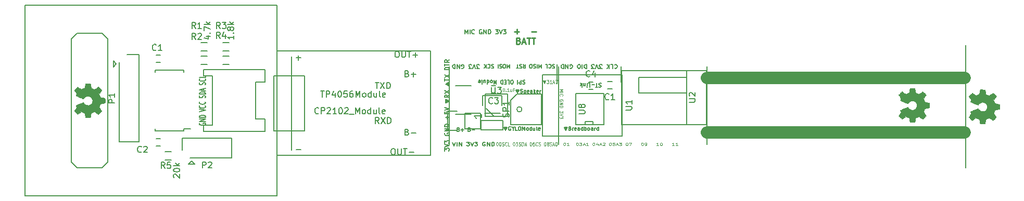
<source format=gbr>
G04 #@! TF.FileFunction,Legend,Top*
%FSLAX46Y46*%
G04 Gerber Fmt 4.6, Leading zero omitted, Abs format (unit mm)*
G04 Created by KiCad (PCBNEW 4.0.2+dfsg1-stable) date 2018年05月25日 15時51分19秒*
%MOMM*%
G01*
G04 APERTURE LIST*
%ADD10C,0.100000*%
%ADD11C,0.200000*%
%ADD12C,0.150000*%
%ADD13C,0.175000*%
%ADD14C,2.000000*%
%ADD15C,0.125000*%
%ADD16C,0.250000*%
%ADD17C,0.002540*%
G04 APERTURE END LIST*
D10*
D11*
X136085600Y-72744800D02*
X136085600Y-92744800D01*
D10*
X67755506Y-78547657D02*
X67755506Y-78519086D01*
X67731696Y-78604800D02*
X67731696Y-78519086D01*
X67707887Y-78661943D02*
X67707887Y-78519086D01*
X67684077Y-78719086D02*
X67684077Y-78519086D01*
X67660268Y-78747657D02*
X67660268Y-78519086D01*
X67636458Y-78804800D02*
X67636458Y-78519086D01*
X67612649Y-78861943D02*
X67612649Y-78519086D01*
X67588839Y-78919086D02*
X67588839Y-78519086D01*
X67565030Y-78976229D02*
X67565030Y-78519086D01*
X67541220Y-78919086D02*
X67541220Y-78519086D01*
X67517411Y-78861943D02*
X67517411Y-78519086D01*
X67493601Y-78804800D02*
X67493601Y-78519086D01*
X67469792Y-78747657D02*
X67469792Y-78519086D01*
X67445982Y-78719086D02*
X67445982Y-78519086D01*
X67422173Y-78661943D02*
X67422173Y-78519086D01*
X67398363Y-78604800D02*
X67398363Y-78519086D01*
X67374554Y-78519086D02*
X67565030Y-78947657D01*
X67755506Y-78519086D01*
X67374554Y-78547657D02*
X67374554Y-78519086D01*
X67565030Y-78976229D02*
X67350744Y-78519086D01*
X67779316Y-78519086D01*
X67565030Y-78976229D01*
X67945983Y-78376229D02*
X68255506Y-78376229D01*
X68088840Y-78604800D01*
X68160268Y-78604800D01*
X68207887Y-78633371D01*
X68231697Y-78661943D01*
X68255506Y-78719086D01*
X68255506Y-78861943D01*
X68231697Y-78919086D01*
X68207887Y-78947657D01*
X68160268Y-78976229D01*
X68017411Y-78976229D01*
X67969792Y-78947657D01*
X67945983Y-78919086D01*
X68731696Y-78976229D02*
X68445982Y-78976229D01*
X68588839Y-78976229D02*
X68588839Y-78376229D01*
X68541220Y-78461943D01*
X68493601Y-78519086D01*
X68445982Y-78547657D01*
X68922172Y-78804800D02*
X69160267Y-78804800D01*
X68874553Y-78976229D02*
X69041220Y-78376229D01*
X69207886Y-78976229D01*
X69326934Y-78376229D02*
X69660267Y-78376229D01*
X69445981Y-78976229D01*
D12*
X71245029Y-86167657D02*
X71245029Y-86139086D01*
X71216458Y-86224800D02*
X71216458Y-86139086D01*
X71187886Y-86281943D02*
X71187886Y-86139086D01*
X71159315Y-86339086D02*
X71159315Y-86139086D01*
X71130743Y-86367657D02*
X71130743Y-86139086D01*
X71102172Y-86424800D02*
X71102172Y-86139086D01*
X71073600Y-86481943D02*
X71073600Y-86139086D01*
X71045029Y-86539086D02*
X71045029Y-86139086D01*
X71016458Y-86596229D02*
X71016458Y-86139086D01*
X70987886Y-86539086D02*
X70987886Y-86139086D01*
X70959315Y-86481943D02*
X70959315Y-86139086D01*
X70930743Y-86424800D02*
X70930743Y-86139086D01*
X70902172Y-86367657D02*
X70902172Y-86139086D01*
X70873600Y-86339086D02*
X70873600Y-86139086D01*
X70845029Y-86281943D02*
X70845029Y-86139086D01*
X70816458Y-86224800D02*
X70816458Y-86139086D01*
X70787886Y-86139086D02*
X71016458Y-86567657D01*
X71245029Y-86139086D01*
X70787886Y-86167657D02*
X70787886Y-86139086D01*
X71016458Y-86596229D02*
X70759315Y-86139086D01*
X71273600Y-86139086D01*
X71016458Y-86596229D01*
X71730743Y-86281943D02*
X71816457Y-86310514D01*
X71845029Y-86339086D01*
X71873600Y-86396229D01*
X71873600Y-86481943D01*
X71845029Y-86539086D01*
X71816457Y-86567657D01*
X71759315Y-86596229D01*
X71530743Y-86596229D01*
X71530743Y-85996229D01*
X71730743Y-85996229D01*
X71787886Y-86024800D01*
X71816457Y-86053371D01*
X71845029Y-86110514D01*
X71845029Y-86167657D01*
X71816457Y-86224800D01*
X71787886Y-86253371D01*
X71730743Y-86281943D01*
X71530743Y-86281943D01*
X72130743Y-86596229D02*
X72130743Y-86196229D01*
X72130743Y-86310514D02*
X72159315Y-86253371D01*
X72187886Y-86224800D01*
X72245029Y-86196229D01*
X72302172Y-86196229D01*
X72730744Y-86567657D02*
X72673601Y-86596229D01*
X72559315Y-86596229D01*
X72502172Y-86567657D01*
X72473601Y-86510514D01*
X72473601Y-86281943D01*
X72502172Y-86224800D01*
X72559315Y-86196229D01*
X72673601Y-86196229D01*
X72730744Y-86224800D01*
X72759315Y-86281943D01*
X72759315Y-86339086D01*
X72473601Y-86396229D01*
X73273601Y-86596229D02*
X73273601Y-86281943D01*
X73245030Y-86224800D01*
X73187887Y-86196229D01*
X73073601Y-86196229D01*
X73016458Y-86224800D01*
X73273601Y-86567657D02*
X73216458Y-86596229D01*
X73073601Y-86596229D01*
X73016458Y-86567657D01*
X72987887Y-86510514D01*
X72987887Y-86453371D01*
X73016458Y-86396229D01*
X73073601Y-86367657D01*
X73216458Y-86367657D01*
X73273601Y-86339086D01*
X73816458Y-86596229D02*
X73816458Y-85996229D01*
X73816458Y-86567657D02*
X73759315Y-86596229D01*
X73645029Y-86596229D01*
X73587887Y-86567657D01*
X73559315Y-86539086D01*
X73530744Y-86481943D01*
X73530744Y-86310514D01*
X73559315Y-86253371D01*
X73587887Y-86224800D01*
X73645029Y-86196229D01*
X73759315Y-86196229D01*
X73816458Y-86224800D01*
X74102172Y-86596229D02*
X74102172Y-85996229D01*
X74102172Y-86224800D02*
X74159315Y-86196229D01*
X74273601Y-86196229D01*
X74330744Y-86224800D01*
X74359315Y-86253371D01*
X74387886Y-86310514D01*
X74387886Y-86481943D01*
X74359315Y-86539086D01*
X74330744Y-86567657D01*
X74273601Y-86596229D01*
X74159315Y-86596229D01*
X74102172Y-86567657D01*
X74730743Y-86596229D02*
X74673601Y-86567657D01*
X74645029Y-86539086D01*
X74616458Y-86481943D01*
X74616458Y-86310514D01*
X74645029Y-86253371D01*
X74673601Y-86224800D01*
X74730743Y-86196229D01*
X74816458Y-86196229D01*
X74873601Y-86224800D01*
X74902172Y-86253371D01*
X74930743Y-86310514D01*
X74930743Y-86481943D01*
X74902172Y-86539086D01*
X74873601Y-86567657D01*
X74816458Y-86596229D01*
X74730743Y-86596229D01*
X75445029Y-86596229D02*
X75445029Y-86281943D01*
X75416458Y-86224800D01*
X75359315Y-86196229D01*
X75245029Y-86196229D01*
X75187886Y-86224800D01*
X75445029Y-86567657D02*
X75387886Y-86596229D01*
X75245029Y-86596229D01*
X75187886Y-86567657D01*
X75159315Y-86510514D01*
X75159315Y-86453371D01*
X75187886Y-86396229D01*
X75245029Y-86367657D01*
X75387886Y-86367657D01*
X75445029Y-86339086D01*
X75730743Y-86596229D02*
X75730743Y-86196229D01*
X75730743Y-86310514D02*
X75759315Y-86253371D01*
X75787886Y-86224800D01*
X75845029Y-86196229D01*
X75902172Y-86196229D01*
X76359315Y-86596229D02*
X76359315Y-85996229D01*
X76359315Y-86567657D02*
X76302172Y-86596229D01*
X76187886Y-86596229D01*
X76130744Y-86567657D01*
X76102172Y-86539086D01*
X76073601Y-86481943D01*
X76073601Y-86310514D01*
X76102172Y-86253371D01*
X76130744Y-86224800D01*
X76187886Y-86196229D01*
X76302172Y-86196229D01*
X76359315Y-86224800D01*
D10*
X59850271Y-88536229D02*
X59897890Y-88536229D01*
X59945509Y-88564800D01*
X59969318Y-88593371D01*
X59993128Y-88650514D01*
X60016937Y-88764800D01*
X60016937Y-88907657D01*
X59993128Y-89021943D01*
X59969318Y-89079086D01*
X59945509Y-89107657D01*
X59897890Y-89136229D01*
X59850271Y-89136229D01*
X59802652Y-89107657D01*
X59778842Y-89079086D01*
X59755033Y-89021943D01*
X59731223Y-88907657D01*
X59731223Y-88764800D01*
X59755033Y-88650514D01*
X59778842Y-88593371D01*
X59802652Y-88564800D01*
X59850271Y-88536229D01*
X60326461Y-88536229D02*
X60374080Y-88536229D01*
X60421699Y-88564800D01*
X60445508Y-88593371D01*
X60469318Y-88650514D01*
X60493127Y-88764800D01*
X60493127Y-88907657D01*
X60469318Y-89021943D01*
X60445508Y-89079086D01*
X60421699Y-89107657D01*
X60374080Y-89136229D01*
X60326461Y-89136229D01*
X60278842Y-89107657D01*
X60255032Y-89079086D01*
X60231223Y-89021943D01*
X60207413Y-88907657D01*
X60207413Y-88764800D01*
X60231223Y-88650514D01*
X60255032Y-88593371D01*
X60278842Y-88564800D01*
X60326461Y-88536229D01*
X60683603Y-89107657D02*
X60755032Y-89136229D01*
X60874079Y-89136229D01*
X60921698Y-89107657D01*
X60945508Y-89079086D01*
X60969317Y-89021943D01*
X60969317Y-88964800D01*
X60945508Y-88907657D01*
X60921698Y-88879086D01*
X60874079Y-88850514D01*
X60778841Y-88821943D01*
X60731222Y-88793371D01*
X60707413Y-88764800D01*
X60683603Y-88707657D01*
X60683603Y-88650514D01*
X60707413Y-88593371D01*
X60731222Y-88564800D01*
X60778841Y-88536229D01*
X60897889Y-88536229D01*
X60969317Y-88564800D01*
X61469317Y-89079086D02*
X61445507Y-89107657D01*
X61374079Y-89136229D01*
X61326460Y-89136229D01*
X61255031Y-89107657D01*
X61207412Y-89050514D01*
X61183603Y-88993371D01*
X61159793Y-88879086D01*
X61159793Y-88793371D01*
X61183603Y-88679086D01*
X61207412Y-88621943D01*
X61255031Y-88564800D01*
X61326460Y-88536229D01*
X61374079Y-88536229D01*
X61445507Y-88564800D01*
X61469317Y-88593371D01*
X61921698Y-89136229D02*
X61683603Y-89136229D01*
X61683603Y-88536229D01*
X62564555Y-88536229D02*
X62612174Y-88536229D01*
X62659793Y-88564800D01*
X62683602Y-88593371D01*
X62707412Y-88650514D01*
X62731221Y-88764800D01*
X62731221Y-88907657D01*
X62707412Y-89021943D01*
X62683602Y-89079086D01*
X62659793Y-89107657D01*
X62612174Y-89136229D01*
X62564555Y-89136229D01*
X62516936Y-89107657D01*
X62493126Y-89079086D01*
X62469317Y-89021943D01*
X62445507Y-88907657D01*
X62445507Y-88764800D01*
X62469317Y-88650514D01*
X62493126Y-88593371D01*
X62516936Y-88564800D01*
X62564555Y-88536229D01*
X62897888Y-88536229D02*
X63207411Y-88536229D01*
X63040745Y-88764800D01*
X63112173Y-88764800D01*
X63159792Y-88793371D01*
X63183602Y-88821943D01*
X63207411Y-88879086D01*
X63207411Y-89021943D01*
X63183602Y-89079086D01*
X63159792Y-89107657D01*
X63112173Y-89136229D01*
X62969316Y-89136229D01*
X62921697Y-89107657D01*
X62897888Y-89079086D01*
X63397887Y-89107657D02*
X63469316Y-89136229D01*
X63588363Y-89136229D01*
X63635982Y-89107657D01*
X63659792Y-89079086D01*
X63683601Y-89021943D01*
X63683601Y-88964800D01*
X63659792Y-88907657D01*
X63635982Y-88879086D01*
X63588363Y-88850514D01*
X63493125Y-88821943D01*
X63445506Y-88793371D01*
X63421697Y-88764800D01*
X63397887Y-88707657D01*
X63397887Y-88650514D01*
X63421697Y-88593371D01*
X63445506Y-88564800D01*
X63493125Y-88536229D01*
X63612173Y-88536229D01*
X63683601Y-88564800D01*
X63897887Y-89136229D02*
X63897887Y-88536229D01*
X64016934Y-88536229D01*
X64088363Y-88564800D01*
X64135982Y-88621943D01*
X64159791Y-88679086D01*
X64183601Y-88793371D01*
X64183601Y-88879086D01*
X64159791Y-88993371D01*
X64135982Y-89050514D01*
X64088363Y-89107657D01*
X64016934Y-89136229D01*
X63897887Y-89136229D01*
X64374077Y-88964800D02*
X64612172Y-88964800D01*
X64326458Y-89136229D02*
X64493125Y-88536229D01*
X64659791Y-89136229D01*
X65302648Y-88536229D02*
X65350267Y-88536229D01*
X65397886Y-88564800D01*
X65421695Y-88593371D01*
X65445505Y-88650514D01*
X65469314Y-88764800D01*
X65469314Y-88907657D01*
X65445505Y-89021943D01*
X65421695Y-89079086D01*
X65397886Y-89107657D01*
X65350267Y-89136229D01*
X65302648Y-89136229D01*
X65255029Y-89107657D01*
X65231219Y-89079086D01*
X65207410Y-89021943D01*
X65183600Y-88907657D01*
X65183600Y-88764800D01*
X65207410Y-88650514D01*
X65231219Y-88593371D01*
X65255029Y-88564800D01*
X65302648Y-88536229D01*
X65897885Y-88536229D02*
X65802647Y-88536229D01*
X65755028Y-88564800D01*
X65731219Y-88593371D01*
X65683600Y-88679086D01*
X65659790Y-88793371D01*
X65659790Y-89021943D01*
X65683600Y-89079086D01*
X65707409Y-89107657D01*
X65755028Y-89136229D01*
X65850266Y-89136229D01*
X65897885Y-89107657D01*
X65921695Y-89079086D01*
X65945504Y-89021943D01*
X65945504Y-88879086D01*
X65921695Y-88821943D01*
X65897885Y-88793371D01*
X65850266Y-88764800D01*
X65755028Y-88764800D01*
X65707409Y-88793371D01*
X65683600Y-88821943D01*
X65659790Y-88879086D01*
X66445504Y-89079086D02*
X66421694Y-89107657D01*
X66350266Y-89136229D01*
X66302647Y-89136229D01*
X66231218Y-89107657D01*
X66183599Y-89050514D01*
X66159790Y-88993371D01*
X66135980Y-88879086D01*
X66135980Y-88793371D01*
X66159790Y-88679086D01*
X66183599Y-88621943D01*
X66231218Y-88564800D01*
X66302647Y-88536229D01*
X66350266Y-88536229D01*
X66421694Y-88564800D01*
X66445504Y-88593371D01*
X66635980Y-89107657D02*
X66707409Y-89136229D01*
X66826456Y-89136229D01*
X66874075Y-89107657D01*
X66897885Y-89079086D01*
X66921694Y-89021943D01*
X66921694Y-88964800D01*
X66897885Y-88907657D01*
X66874075Y-88879086D01*
X66826456Y-88850514D01*
X66731218Y-88821943D01*
X66683599Y-88793371D01*
X66659790Y-88764800D01*
X66635980Y-88707657D01*
X66635980Y-88650514D01*
X66659790Y-88593371D01*
X66683599Y-88564800D01*
X66731218Y-88536229D01*
X66850266Y-88536229D01*
X66921694Y-88564800D01*
X67612170Y-88536229D02*
X67659789Y-88536229D01*
X67707408Y-88564800D01*
X67731217Y-88593371D01*
X67755027Y-88650514D01*
X67778836Y-88764800D01*
X67778836Y-88907657D01*
X67755027Y-89021943D01*
X67731217Y-89079086D01*
X67707408Y-89107657D01*
X67659789Y-89136229D01*
X67612170Y-89136229D01*
X67564551Y-89107657D01*
X67540741Y-89079086D01*
X67516932Y-89021943D01*
X67493122Y-88907657D01*
X67493122Y-88764800D01*
X67516932Y-88650514D01*
X67540741Y-88593371D01*
X67564551Y-88564800D01*
X67612170Y-88536229D01*
X68064550Y-88793371D02*
X68016931Y-88764800D01*
X67993122Y-88736229D01*
X67969312Y-88679086D01*
X67969312Y-88650514D01*
X67993122Y-88593371D01*
X68016931Y-88564800D01*
X68064550Y-88536229D01*
X68159788Y-88536229D01*
X68207407Y-88564800D01*
X68231217Y-88593371D01*
X68255026Y-88650514D01*
X68255026Y-88679086D01*
X68231217Y-88736229D01*
X68207407Y-88764800D01*
X68159788Y-88793371D01*
X68064550Y-88793371D01*
X68016931Y-88821943D01*
X67993122Y-88850514D01*
X67969312Y-88907657D01*
X67969312Y-89021943D01*
X67993122Y-89079086D01*
X68016931Y-89107657D01*
X68064550Y-89136229D01*
X68159788Y-89136229D01*
X68207407Y-89107657D01*
X68231217Y-89079086D01*
X68255026Y-89021943D01*
X68255026Y-88907657D01*
X68231217Y-88850514D01*
X68207407Y-88821943D01*
X68159788Y-88793371D01*
X68445502Y-89107657D02*
X68516931Y-89136229D01*
X68635978Y-89136229D01*
X68683597Y-89107657D01*
X68707407Y-89079086D01*
X68731216Y-89021943D01*
X68731216Y-88964800D01*
X68707407Y-88907657D01*
X68683597Y-88879086D01*
X68635978Y-88850514D01*
X68540740Y-88821943D01*
X68493121Y-88793371D01*
X68469312Y-88764800D01*
X68445502Y-88707657D01*
X68445502Y-88650514D01*
X68469312Y-88593371D01*
X68493121Y-88564800D01*
X68540740Y-88536229D01*
X68659788Y-88536229D01*
X68731216Y-88564800D01*
X68921692Y-88964800D02*
X69159787Y-88964800D01*
X68874073Y-89136229D02*
X69040740Y-88536229D01*
X69207406Y-89136229D01*
X69469311Y-88536229D02*
X69516930Y-88536229D01*
X69564549Y-88564800D01*
X69588358Y-88593371D01*
X69612168Y-88650514D01*
X69635977Y-88764800D01*
X69635977Y-88907657D01*
X69612168Y-89021943D01*
X69588358Y-89079086D01*
X69564549Y-89107657D01*
X69516930Y-89136229D01*
X69469311Y-89136229D01*
X69421692Y-89107657D01*
X69397882Y-89079086D01*
X69374073Y-89021943D01*
X69350263Y-88907657D01*
X69350263Y-88764800D01*
X69374073Y-88650514D01*
X69397882Y-88593371D01*
X69421692Y-88564800D01*
X69469311Y-88536229D01*
X70806166Y-88645752D02*
X70863309Y-88645752D01*
X70920452Y-88664800D01*
X70949023Y-88683848D01*
X70977594Y-88721943D01*
X71006166Y-88798133D01*
X71006166Y-88893371D01*
X70977594Y-88969562D01*
X70949023Y-89007657D01*
X70920452Y-89026705D01*
X70863309Y-89045752D01*
X70806166Y-89045752D01*
X70749023Y-89026705D01*
X70720452Y-89007657D01*
X70691880Y-88969562D01*
X70663309Y-88893371D01*
X70663309Y-88798133D01*
X70691880Y-88721943D01*
X70720452Y-88683848D01*
X70749023Y-88664800D01*
X70806166Y-88645752D01*
X71577595Y-89045752D02*
X71234738Y-89045752D01*
X71406166Y-89045752D02*
X71406166Y-88645752D01*
X71349023Y-88702895D01*
X71291881Y-88740990D01*
X71234738Y-88760038D01*
X72863310Y-88645752D02*
X72920453Y-88645752D01*
X72977596Y-88664800D01*
X73006167Y-88683848D01*
X73034738Y-88721943D01*
X73063310Y-88798133D01*
X73063310Y-88893371D01*
X73034738Y-88969562D01*
X73006167Y-89007657D01*
X72977596Y-89026705D01*
X72920453Y-89045752D01*
X72863310Y-89045752D01*
X72806167Y-89026705D01*
X72777596Y-89007657D01*
X72749024Y-88969562D01*
X72720453Y-88893371D01*
X72720453Y-88798133D01*
X72749024Y-88721943D01*
X72777596Y-88683848D01*
X72806167Y-88664800D01*
X72863310Y-88645752D01*
X73263310Y-88645752D02*
X73634739Y-88645752D01*
X73434739Y-88798133D01*
X73520453Y-88798133D01*
X73577596Y-88817181D01*
X73606167Y-88836229D01*
X73634739Y-88874324D01*
X73634739Y-88969562D01*
X73606167Y-89007657D01*
X73577596Y-89026705D01*
X73520453Y-89045752D01*
X73349025Y-89045752D01*
X73291882Y-89026705D01*
X73263310Y-89007657D01*
X73863311Y-88931467D02*
X74149025Y-88931467D01*
X73806168Y-89045752D02*
X74006168Y-88645752D01*
X74206168Y-89045752D01*
X74720454Y-89045752D02*
X74377597Y-89045752D01*
X74549025Y-89045752D02*
X74549025Y-88645752D01*
X74491882Y-88702895D01*
X74434740Y-88740990D01*
X74377597Y-88760038D01*
X75549026Y-88645752D02*
X75606169Y-88645752D01*
X75663312Y-88664800D01*
X75691883Y-88683848D01*
X75720454Y-88721943D01*
X75749026Y-88798133D01*
X75749026Y-88893371D01*
X75720454Y-88969562D01*
X75691883Y-89007657D01*
X75663312Y-89026705D01*
X75606169Y-89045752D01*
X75549026Y-89045752D01*
X75491883Y-89026705D01*
X75463312Y-89007657D01*
X75434740Y-88969562D01*
X75406169Y-88893371D01*
X75406169Y-88798133D01*
X75434740Y-88721943D01*
X75463312Y-88683848D01*
X75491883Y-88664800D01*
X75549026Y-88645752D01*
X76263312Y-88779086D02*
X76263312Y-89045752D01*
X76120455Y-88626705D02*
X75977598Y-88912419D01*
X76349026Y-88912419D01*
X76549027Y-88931467D02*
X76834741Y-88931467D01*
X76491884Y-89045752D02*
X76691884Y-88645752D01*
X76891884Y-89045752D01*
X77063313Y-88683848D02*
X77091884Y-88664800D01*
X77149027Y-88645752D01*
X77291884Y-88645752D01*
X77349027Y-88664800D01*
X77377598Y-88683848D01*
X77406170Y-88721943D01*
X77406170Y-88760038D01*
X77377598Y-88817181D01*
X77034741Y-89045752D01*
X77406170Y-89045752D01*
X78234742Y-88645752D02*
X78291885Y-88645752D01*
X78349028Y-88664800D01*
X78377599Y-88683848D01*
X78406170Y-88721943D01*
X78434742Y-88798133D01*
X78434742Y-88893371D01*
X78406170Y-88969562D01*
X78377599Y-89007657D01*
X78349028Y-89026705D01*
X78291885Y-89045752D01*
X78234742Y-89045752D01*
X78177599Y-89026705D01*
X78149028Y-89007657D01*
X78120456Y-88969562D01*
X78091885Y-88893371D01*
X78091885Y-88798133D01*
X78120456Y-88721943D01*
X78149028Y-88683848D01*
X78177599Y-88664800D01*
X78234742Y-88645752D01*
X78977599Y-88645752D02*
X78691885Y-88645752D01*
X78663314Y-88836229D01*
X78691885Y-88817181D01*
X78749028Y-88798133D01*
X78891885Y-88798133D01*
X78949028Y-88817181D01*
X78977599Y-88836229D01*
X79006171Y-88874324D01*
X79006171Y-88969562D01*
X78977599Y-89007657D01*
X78949028Y-89026705D01*
X78891885Y-89045752D01*
X78749028Y-89045752D01*
X78691885Y-89026705D01*
X78663314Y-89007657D01*
X79234743Y-88931467D02*
X79520457Y-88931467D01*
X79177600Y-89045752D02*
X79377600Y-88645752D01*
X79577600Y-89045752D01*
X79720457Y-88645752D02*
X80091886Y-88645752D01*
X79891886Y-88798133D01*
X79977600Y-88798133D01*
X80034743Y-88817181D01*
X80063314Y-88836229D01*
X80091886Y-88874324D01*
X80091886Y-88969562D01*
X80063314Y-89007657D01*
X80034743Y-89026705D01*
X79977600Y-89045752D01*
X79806172Y-89045752D01*
X79749029Y-89026705D01*
X79720457Y-89007657D01*
X80920458Y-88645752D02*
X80977601Y-88645752D01*
X81034744Y-88664800D01*
X81063315Y-88683848D01*
X81091886Y-88721943D01*
X81120458Y-88798133D01*
X81120458Y-88893371D01*
X81091886Y-88969562D01*
X81063315Y-89007657D01*
X81034744Y-89026705D01*
X80977601Y-89045752D01*
X80920458Y-89045752D01*
X80863315Y-89026705D01*
X80834744Y-89007657D01*
X80806172Y-88969562D01*
X80777601Y-88893371D01*
X80777601Y-88798133D01*
X80806172Y-88721943D01*
X80834744Y-88683848D01*
X80863315Y-88664800D01*
X80920458Y-88645752D01*
X81320458Y-88645752D02*
X81720458Y-88645752D01*
X81463315Y-89045752D01*
X83434745Y-88645752D02*
X83491888Y-88645752D01*
X83549031Y-88664800D01*
X83577602Y-88683848D01*
X83606173Y-88721943D01*
X83634745Y-88798133D01*
X83634745Y-88893371D01*
X83606173Y-88969562D01*
X83577602Y-89007657D01*
X83549031Y-89026705D01*
X83491888Y-89045752D01*
X83434745Y-89045752D01*
X83377602Y-89026705D01*
X83349031Y-89007657D01*
X83320459Y-88969562D01*
X83291888Y-88893371D01*
X83291888Y-88798133D01*
X83320459Y-88721943D01*
X83349031Y-88683848D01*
X83377602Y-88664800D01*
X83434745Y-88645752D01*
X83920460Y-89045752D02*
X84034745Y-89045752D01*
X84091888Y-89026705D01*
X84120460Y-89007657D01*
X84177602Y-88950514D01*
X84206174Y-88874324D01*
X84206174Y-88721943D01*
X84177602Y-88683848D01*
X84149031Y-88664800D01*
X84091888Y-88645752D01*
X83977602Y-88645752D01*
X83920460Y-88664800D01*
X83891888Y-88683848D01*
X83863317Y-88721943D01*
X83863317Y-88817181D01*
X83891888Y-88855276D01*
X83920460Y-88874324D01*
X83977602Y-88893371D01*
X84091888Y-88893371D01*
X84149031Y-88874324D01*
X84177602Y-88855276D01*
X84206174Y-88817181D01*
X86149032Y-89045752D02*
X85806175Y-89045752D01*
X85977603Y-89045752D02*
X85977603Y-88645752D01*
X85920460Y-88702895D01*
X85863318Y-88740990D01*
X85806175Y-88760038D01*
X86520461Y-88645752D02*
X86577604Y-88645752D01*
X86634747Y-88664800D01*
X86663318Y-88683848D01*
X86691889Y-88721943D01*
X86720461Y-88798133D01*
X86720461Y-88893371D01*
X86691889Y-88969562D01*
X86663318Y-89007657D01*
X86634747Y-89026705D01*
X86577604Y-89045752D01*
X86520461Y-89045752D01*
X86463318Y-89026705D01*
X86434747Y-89007657D01*
X86406175Y-88969562D01*
X86377604Y-88893371D01*
X86377604Y-88798133D01*
X86406175Y-88721943D01*
X86434747Y-88683848D01*
X86463318Y-88664800D01*
X86520461Y-88645752D01*
X88663319Y-89045752D02*
X88320462Y-89045752D01*
X88491890Y-89045752D02*
X88491890Y-88645752D01*
X88434747Y-88702895D01*
X88377605Y-88740990D01*
X88320462Y-88760038D01*
X89234748Y-89045752D02*
X88891891Y-89045752D01*
X89063319Y-89045752D02*
X89063319Y-88645752D01*
X89006176Y-88702895D01*
X88949034Y-88740990D01*
X88891891Y-88760038D01*
D12*
X52619029Y-88536229D02*
X52859029Y-89136229D01*
X53099029Y-88536229D01*
X53339030Y-89136229D02*
X53339030Y-88536229D01*
X53681887Y-89136229D02*
X53681887Y-88536229D01*
X54093315Y-89136229D01*
X54093315Y-88536229D01*
X54916172Y-88536229D02*
X55361886Y-88536229D01*
X55121886Y-88764800D01*
X55224744Y-88764800D01*
X55293315Y-88793371D01*
X55327601Y-88821943D01*
X55361886Y-88879086D01*
X55361886Y-89021943D01*
X55327601Y-89079086D01*
X55293315Y-89107657D01*
X55224744Y-89136229D01*
X55019029Y-89136229D01*
X54950458Y-89107657D01*
X54916172Y-89079086D01*
X55567600Y-88536229D02*
X55807600Y-89136229D01*
X56047600Y-88536229D01*
X56219029Y-88536229D02*
X56664743Y-88536229D01*
X56424743Y-88764800D01*
X56527601Y-88764800D01*
X56596172Y-88793371D01*
X56630458Y-88821943D01*
X56664743Y-88879086D01*
X56664743Y-89021943D01*
X56630458Y-89079086D01*
X56596172Y-89107657D01*
X56527601Y-89136229D01*
X56321886Y-89136229D01*
X56253315Y-89107657D01*
X56219029Y-89079086D01*
X57899028Y-88564800D02*
X57830457Y-88536229D01*
X57727600Y-88536229D01*
X57624743Y-88564800D01*
X57556171Y-88621943D01*
X57521886Y-88679086D01*
X57487600Y-88793371D01*
X57487600Y-88879086D01*
X57521886Y-88993371D01*
X57556171Y-89050514D01*
X57624743Y-89107657D01*
X57727600Y-89136229D01*
X57796171Y-89136229D01*
X57899028Y-89107657D01*
X57933314Y-89079086D01*
X57933314Y-88879086D01*
X57796171Y-88879086D01*
X58241886Y-89136229D02*
X58241886Y-88536229D01*
X58653314Y-89136229D01*
X58653314Y-88536229D01*
X58996172Y-89136229D02*
X58996172Y-88536229D01*
X59167600Y-88536229D01*
X59270457Y-88564800D01*
X59339029Y-88621943D01*
X59373314Y-88679086D01*
X59407600Y-88793371D01*
X59407600Y-88879086D01*
X59373314Y-88993371D01*
X59339029Y-89050514D01*
X59270457Y-89107657D01*
X59167600Y-89136229D01*
X58996172Y-89136229D01*
X63394743Y-80071657D02*
X63394743Y-80043086D01*
X63366172Y-80128800D02*
X63366172Y-80043086D01*
X63337600Y-80185943D02*
X63337600Y-80043086D01*
X63309029Y-80243086D02*
X63309029Y-80043086D01*
X63280457Y-80271657D02*
X63280457Y-80043086D01*
X63251886Y-80328800D02*
X63251886Y-80043086D01*
X63223314Y-80385943D02*
X63223314Y-80043086D01*
X63194743Y-80443086D02*
X63194743Y-80043086D01*
X63166172Y-80500229D02*
X63166172Y-80043086D01*
X63137600Y-80443086D02*
X63137600Y-80043086D01*
X63109029Y-80385943D02*
X63109029Y-80043086D01*
X63080457Y-80328800D02*
X63080457Y-80043086D01*
X63051886Y-80271657D02*
X63051886Y-80043086D01*
X63023314Y-80243086D02*
X63023314Y-80043086D01*
X62994743Y-80185943D02*
X62994743Y-80043086D01*
X62966172Y-80128800D02*
X62966172Y-80043086D01*
X62937600Y-80043086D02*
X63166172Y-80471657D01*
X63394743Y-80043086D01*
X62937600Y-80071657D02*
X62937600Y-80043086D01*
X63166172Y-80500229D02*
X62909029Y-80043086D01*
X63423314Y-80043086D01*
X63166172Y-80500229D01*
X63651886Y-80471657D02*
X63737600Y-80500229D01*
X63880457Y-80500229D01*
X63937600Y-80471657D01*
X63966171Y-80443086D01*
X63994743Y-80385943D01*
X63994743Y-80328800D01*
X63966171Y-80271657D01*
X63937600Y-80243086D01*
X63880457Y-80214514D01*
X63766171Y-80185943D01*
X63709029Y-80157371D01*
X63680457Y-80128800D01*
X63651886Y-80071657D01*
X63651886Y-80014514D01*
X63680457Y-79957371D01*
X63709029Y-79928800D01*
X63766171Y-79900229D01*
X63909029Y-79900229D01*
X63994743Y-79928800D01*
X64251886Y-80100229D02*
X64251886Y-80700229D01*
X64251886Y-80128800D02*
X64309029Y-80100229D01*
X64423315Y-80100229D01*
X64480458Y-80128800D01*
X64509029Y-80157371D01*
X64537600Y-80214514D01*
X64537600Y-80385943D01*
X64509029Y-80443086D01*
X64480458Y-80471657D01*
X64423315Y-80500229D01*
X64309029Y-80500229D01*
X64251886Y-80471657D01*
X65023315Y-80471657D02*
X64966172Y-80500229D01*
X64851886Y-80500229D01*
X64794743Y-80471657D01*
X64766172Y-80414514D01*
X64766172Y-80185943D01*
X64794743Y-80128800D01*
X64851886Y-80100229D01*
X64966172Y-80100229D01*
X65023315Y-80128800D01*
X65051886Y-80185943D01*
X65051886Y-80243086D01*
X64766172Y-80300229D01*
X65566172Y-80500229D02*
X65566172Y-80185943D01*
X65537601Y-80128800D01*
X65480458Y-80100229D01*
X65366172Y-80100229D01*
X65309029Y-80128800D01*
X65566172Y-80471657D02*
X65509029Y-80500229D01*
X65366172Y-80500229D01*
X65309029Y-80471657D01*
X65280458Y-80414514D01*
X65280458Y-80357371D01*
X65309029Y-80300229D01*
X65366172Y-80271657D01*
X65509029Y-80271657D01*
X65566172Y-80243086D01*
X65851886Y-80500229D02*
X65851886Y-79900229D01*
X65909029Y-80271657D02*
X66080458Y-80500229D01*
X66080458Y-80100229D02*
X65851886Y-80328800D01*
X66566172Y-80471657D02*
X66509029Y-80500229D01*
X66394743Y-80500229D01*
X66337600Y-80471657D01*
X66309029Y-80414514D01*
X66309029Y-80185943D01*
X66337600Y-80128800D01*
X66394743Y-80100229D01*
X66509029Y-80100229D01*
X66566172Y-80128800D01*
X66594743Y-80185943D01*
X66594743Y-80243086D01*
X66309029Y-80300229D01*
X66851886Y-80500229D02*
X66851886Y-80100229D01*
X66851886Y-80214514D02*
X66880458Y-80157371D01*
X66909029Y-80128800D01*
X66966172Y-80100229D01*
X67023315Y-80100229D01*
D11*
X58079600Y-83022800D02*
X59349600Y-84292800D01*
D12*
X61464458Y-86167657D02*
X61464458Y-86139086D01*
X61435887Y-86224800D02*
X61435887Y-86139086D01*
X61407315Y-86281943D02*
X61407315Y-86139086D01*
X61378744Y-86339086D02*
X61378744Y-86139086D01*
X61350172Y-86367657D02*
X61350172Y-86139086D01*
X61321601Y-86424800D02*
X61321601Y-86139086D01*
X61293029Y-86481943D02*
X61293029Y-86139086D01*
X61264458Y-86539086D02*
X61264458Y-86139086D01*
X61235887Y-86596229D02*
X61235887Y-86139086D01*
X61207315Y-86539086D02*
X61207315Y-86139086D01*
X61178744Y-86481943D02*
X61178744Y-86139086D01*
X61150172Y-86424800D02*
X61150172Y-86139086D01*
X61121601Y-86367657D02*
X61121601Y-86139086D01*
X61093029Y-86339086D02*
X61093029Y-86139086D01*
X61064458Y-86281943D02*
X61064458Y-86139086D01*
X61035887Y-86224800D02*
X61035887Y-86139086D01*
X61007315Y-86139086D02*
X61235887Y-86567657D01*
X61464458Y-86139086D01*
X61007315Y-86167657D02*
X61007315Y-86139086D01*
X61235887Y-86596229D02*
X60978744Y-86139086D01*
X61493029Y-86139086D01*
X61235887Y-86596229D01*
X62064458Y-86024800D02*
X62007315Y-85996229D01*
X61921601Y-85996229D01*
X61835886Y-86024800D01*
X61778744Y-86081943D01*
X61750172Y-86139086D01*
X61721601Y-86253371D01*
X61721601Y-86339086D01*
X61750172Y-86453371D01*
X61778744Y-86510514D01*
X61835886Y-86567657D01*
X61921601Y-86596229D01*
X61978744Y-86596229D01*
X62064458Y-86567657D01*
X62093029Y-86539086D01*
X62093029Y-86339086D01*
X61978744Y-86339086D01*
X62464458Y-86310514D02*
X62464458Y-86596229D01*
X62264458Y-85996229D02*
X62464458Y-86310514D01*
X62664458Y-85996229D01*
X63150172Y-86596229D02*
X62864458Y-86596229D01*
X62864458Y-85996229D01*
X63464458Y-85996229D02*
X63578744Y-85996229D01*
X63635886Y-86024800D01*
X63693029Y-86081943D01*
X63721601Y-86196229D01*
X63721601Y-86396229D01*
X63693029Y-86510514D01*
X63635886Y-86567657D01*
X63578744Y-86596229D01*
X63464458Y-86596229D01*
X63407315Y-86567657D01*
X63350172Y-86510514D01*
X63321601Y-86396229D01*
X63321601Y-86196229D01*
X63350172Y-86081943D01*
X63407315Y-86024800D01*
X63464458Y-85996229D01*
X63978743Y-86596229D02*
X63978743Y-85996229D01*
X64178743Y-86424800D01*
X64378743Y-85996229D01*
X64378743Y-86596229D01*
X64750171Y-86596229D02*
X64693029Y-86567657D01*
X64664457Y-86539086D01*
X64635886Y-86481943D01*
X64635886Y-86310514D01*
X64664457Y-86253371D01*
X64693029Y-86224800D01*
X64750171Y-86196229D01*
X64835886Y-86196229D01*
X64893029Y-86224800D01*
X64921600Y-86253371D01*
X64950171Y-86310514D01*
X64950171Y-86481943D01*
X64921600Y-86539086D01*
X64893029Y-86567657D01*
X64835886Y-86596229D01*
X64750171Y-86596229D01*
X65464457Y-86596229D02*
X65464457Y-85996229D01*
X65464457Y-86567657D02*
X65407314Y-86596229D01*
X65293028Y-86596229D01*
X65235886Y-86567657D01*
X65207314Y-86539086D01*
X65178743Y-86481943D01*
X65178743Y-86310514D01*
X65207314Y-86253371D01*
X65235886Y-86224800D01*
X65293028Y-86196229D01*
X65407314Y-86196229D01*
X65464457Y-86224800D01*
X66007314Y-86196229D02*
X66007314Y-86596229D01*
X65750171Y-86196229D02*
X65750171Y-86510514D01*
X65778743Y-86567657D01*
X65835885Y-86596229D01*
X65921600Y-86596229D01*
X65978743Y-86567657D01*
X66007314Y-86539086D01*
X66378742Y-86596229D02*
X66321600Y-86567657D01*
X66293028Y-86510514D01*
X66293028Y-85996229D01*
X66835886Y-86567657D02*
X66778743Y-86596229D01*
X66664457Y-86596229D01*
X66607314Y-86567657D01*
X66578743Y-86510514D01*
X66578743Y-86281943D01*
X66607314Y-86224800D01*
X66664457Y-86196229D01*
X66778743Y-86196229D01*
X66835886Y-86224800D01*
X66864457Y-86281943D01*
X66864457Y-86339086D01*
X66578743Y-86396229D01*
X64391028Y-78461943D02*
X64305314Y-78433371D01*
X64162457Y-78433371D01*
X64105314Y-78461943D01*
X64076743Y-78490514D01*
X64048171Y-78547657D01*
X64048171Y-78604800D01*
X64076743Y-78661943D01*
X64105314Y-78690514D01*
X64162457Y-78719086D01*
X64276743Y-78747657D01*
X64333885Y-78776229D01*
X64362457Y-78804800D01*
X64391028Y-78861943D01*
X64391028Y-78919086D01*
X64362457Y-78976229D01*
X64333885Y-79004800D01*
X64276743Y-79033371D01*
X64133885Y-79033371D01*
X64048171Y-79004800D01*
X63791028Y-78433371D02*
X63791028Y-79033371D01*
X63562456Y-79033371D01*
X63505314Y-79004800D01*
X63476742Y-78976229D01*
X63448171Y-78919086D01*
X63448171Y-78833371D01*
X63476742Y-78776229D01*
X63505314Y-78747657D01*
X63562456Y-78719086D01*
X63791028Y-78719086D01*
X63191028Y-78433371D02*
X63191028Y-79033371D01*
X62333885Y-79033371D02*
X62219599Y-79033371D01*
X62162457Y-79004800D01*
X62105314Y-78947657D01*
X62076742Y-78833371D01*
X62076742Y-78633371D01*
X62105314Y-78519086D01*
X62162457Y-78461943D01*
X62219599Y-78433371D01*
X62333885Y-78433371D01*
X62391028Y-78461943D01*
X62448171Y-78519086D01*
X62476742Y-78633371D01*
X62476742Y-78833371D01*
X62448171Y-78947657D01*
X62391028Y-79004800D01*
X62333885Y-79033371D01*
X61533886Y-78433371D02*
X61819600Y-78433371D01*
X61819600Y-79033371D01*
X61333886Y-78747657D02*
X61133886Y-78747657D01*
X61048172Y-78433371D02*
X61333886Y-78433371D01*
X61333886Y-79033371D01*
X61048172Y-79033371D01*
X60791029Y-78433371D02*
X60791029Y-79033371D01*
X60648172Y-79033371D01*
X60562457Y-79004800D01*
X60505315Y-78947657D01*
X60476743Y-78890514D01*
X60448172Y-78776229D01*
X60448172Y-78690514D01*
X60476743Y-78576229D01*
X60505315Y-78519086D01*
X60562457Y-78461943D01*
X60648172Y-78433371D01*
X60791029Y-78433371D01*
X59733886Y-78433371D02*
X59733886Y-79033371D01*
X59533886Y-78604800D01*
X59333886Y-79033371D01*
X59333886Y-78433371D01*
X58962458Y-78433371D02*
X59019600Y-78461943D01*
X59048172Y-78490514D01*
X59076743Y-78547657D01*
X59076743Y-78719086D01*
X59048172Y-78776229D01*
X59019600Y-78804800D01*
X58962458Y-78833371D01*
X58876743Y-78833371D01*
X58819600Y-78804800D01*
X58791029Y-78776229D01*
X58762458Y-78719086D01*
X58762458Y-78547657D01*
X58791029Y-78490514D01*
X58819600Y-78461943D01*
X58876743Y-78433371D01*
X58962458Y-78433371D01*
X58248172Y-78433371D02*
X58248172Y-79033371D01*
X58248172Y-78461943D02*
X58305315Y-78433371D01*
X58419601Y-78433371D01*
X58476743Y-78461943D01*
X58505315Y-78490514D01*
X58533886Y-78547657D01*
X58533886Y-78719086D01*
X58505315Y-78776229D01*
X58476743Y-78804800D01*
X58419601Y-78833371D01*
X58305315Y-78833371D01*
X58248172Y-78804800D01*
X57705315Y-78833371D02*
X57705315Y-78433371D01*
X57962458Y-78833371D02*
X57962458Y-78519086D01*
X57933886Y-78461943D01*
X57876744Y-78433371D01*
X57791029Y-78433371D01*
X57733886Y-78461943D01*
X57705315Y-78490514D01*
X57333887Y-78433371D02*
X57391029Y-78461943D01*
X57419601Y-78519086D01*
X57419601Y-79033371D01*
X56876743Y-78461943D02*
X56933886Y-78433371D01*
X57048172Y-78433371D01*
X57105315Y-78461943D01*
X57133886Y-78519086D01*
X57133886Y-78747657D01*
X57105315Y-78804800D01*
X57048172Y-78833371D01*
X56933886Y-78833371D01*
X56876743Y-78804800D01*
X56848172Y-78747657D01*
X56848172Y-78690514D01*
X57133886Y-78633371D01*
X76769028Y-78969943D02*
X76683314Y-78941371D01*
X76540457Y-78941371D01*
X76483314Y-78969943D01*
X76454743Y-78998514D01*
X76426171Y-79055657D01*
X76426171Y-79112800D01*
X76454743Y-79169943D01*
X76483314Y-79198514D01*
X76540457Y-79227086D01*
X76654743Y-79255657D01*
X76711885Y-79284229D01*
X76740457Y-79312800D01*
X76769028Y-79369943D01*
X76769028Y-79427086D01*
X76740457Y-79484229D01*
X76711885Y-79512800D01*
X76654743Y-79541371D01*
X76511885Y-79541371D01*
X76426171Y-79512800D01*
X76254742Y-79541371D02*
X75911885Y-79541371D01*
X76083314Y-78941371D02*
X76083314Y-79541371D01*
X75711885Y-79169943D02*
X75254742Y-79169943D01*
X74683314Y-78941371D02*
X74969028Y-78941371D01*
X74969028Y-79541371D01*
X74483314Y-78941371D02*
X74483314Y-79341371D01*
X74483314Y-79541371D02*
X74511885Y-79512800D01*
X74483314Y-79484229D01*
X74454742Y-79512800D01*
X74483314Y-79541371D01*
X74483314Y-79484229D01*
X74197600Y-79341371D02*
X74197600Y-78941371D01*
X74197600Y-79284229D02*
X74169028Y-79312800D01*
X74111886Y-79341371D01*
X74026171Y-79341371D01*
X73969028Y-79312800D01*
X73940457Y-79255657D01*
X73940457Y-78941371D01*
X73654743Y-78941371D02*
X73654743Y-79541371D01*
X73597600Y-79169943D02*
X73426171Y-78941371D01*
X73426171Y-79341371D02*
X73654743Y-79112800D01*
X78976932Y-75950514D02*
X79010266Y-75921943D01*
X79110266Y-75893371D01*
X79176932Y-75893371D01*
X79276932Y-75921943D01*
X79343599Y-75979086D01*
X79376932Y-76036229D01*
X79410266Y-76150514D01*
X79410266Y-76236229D01*
X79376932Y-76350514D01*
X79343599Y-76407657D01*
X79276932Y-76464800D01*
X79176932Y-76493371D01*
X79110266Y-76493371D01*
X79010266Y-76464800D01*
X78976932Y-76436229D01*
X78343599Y-75893371D02*
X78676932Y-75893371D01*
X78676932Y-76493371D01*
X78110265Y-75893371D02*
X78110265Y-76493371D01*
X77710265Y-75893371D02*
X78010265Y-76236229D01*
X77710265Y-76493371D02*
X78110265Y-76150514D01*
X76943599Y-76493371D02*
X76510266Y-76493371D01*
X76743599Y-76264800D01*
X76643599Y-76264800D01*
X76576932Y-76236229D01*
X76543599Y-76207657D01*
X76510266Y-76150514D01*
X76510266Y-76007657D01*
X76543599Y-75950514D01*
X76576932Y-75921943D01*
X76643599Y-75893371D01*
X76843599Y-75893371D01*
X76910266Y-75921943D01*
X76943599Y-75950514D01*
X76310265Y-76493371D02*
X76076932Y-75893371D01*
X75843599Y-76493371D01*
X75676932Y-76493371D02*
X75243599Y-76493371D01*
X75476932Y-76264800D01*
X75376932Y-76264800D01*
X75310265Y-76236229D01*
X75276932Y-76207657D01*
X75243599Y-76150514D01*
X75243599Y-76007657D01*
X75276932Y-75950514D01*
X75310265Y-75921943D01*
X75376932Y-75893371D01*
X75576932Y-75893371D01*
X75643599Y-75921943D01*
X75676932Y-75950514D01*
X74410265Y-75893371D02*
X74410265Y-76493371D01*
X74243599Y-76493371D01*
X74143599Y-76464800D01*
X74076932Y-76407657D01*
X74043599Y-76350514D01*
X74010265Y-76236229D01*
X74010265Y-76150514D01*
X74043599Y-76036229D01*
X74076932Y-75979086D01*
X74143599Y-75921943D01*
X74243599Y-75893371D01*
X74410265Y-75893371D01*
X73710265Y-75893371D02*
X73710265Y-76493371D01*
X73243599Y-76493371D02*
X73110266Y-76493371D01*
X73043599Y-76464800D01*
X72976932Y-76407657D01*
X72943599Y-76293371D01*
X72943599Y-76093371D01*
X72976932Y-75979086D01*
X73043599Y-75921943D01*
X73110266Y-75893371D01*
X73243599Y-75893371D01*
X73310266Y-75921943D01*
X73376932Y-75979086D01*
X73410266Y-76093371D01*
X73410266Y-76293371D01*
X73376932Y-76407657D01*
X73310266Y-76464800D01*
X73243599Y-76493371D01*
X71743600Y-76464800D02*
X71810266Y-76493371D01*
X71910266Y-76493371D01*
X72010266Y-76464800D01*
X72076933Y-76407657D01*
X72110266Y-76350514D01*
X72143600Y-76236229D01*
X72143600Y-76150514D01*
X72110266Y-76036229D01*
X72076933Y-75979086D01*
X72010266Y-75921943D01*
X71910266Y-75893371D01*
X71843600Y-75893371D01*
X71743600Y-75921943D01*
X71710266Y-75950514D01*
X71710266Y-76150514D01*
X71843600Y-76150514D01*
X71410266Y-75893371D02*
X71410266Y-76493371D01*
X71010266Y-75893371D01*
X71010266Y-76493371D01*
X70676933Y-75893371D02*
X70676933Y-76493371D01*
X70510267Y-76493371D01*
X70410267Y-76464800D01*
X70343600Y-76407657D01*
X70310267Y-76350514D01*
X70276933Y-76236229D01*
X70276933Y-76150514D01*
X70310267Y-76036229D01*
X70343600Y-75979086D01*
X70410267Y-75921943D01*
X70510267Y-75893371D01*
X70676933Y-75893371D01*
X69218371Y-75871143D02*
X69132657Y-75842571D01*
X68989800Y-75842571D01*
X68932657Y-75871143D01*
X68904086Y-75899714D01*
X68875514Y-75956857D01*
X68875514Y-76014000D01*
X68904086Y-76071143D01*
X68932657Y-76099714D01*
X68989800Y-76128286D01*
X69104086Y-76156857D01*
X69161228Y-76185429D01*
X69189800Y-76214000D01*
X69218371Y-76271143D01*
X69218371Y-76328286D01*
X69189800Y-76385429D01*
X69161228Y-76414000D01*
X69104086Y-76442571D01*
X68961228Y-76442571D01*
X68875514Y-76414000D01*
X68275514Y-75899714D02*
X68304085Y-75871143D01*
X68389799Y-75842571D01*
X68446942Y-75842571D01*
X68532657Y-75871143D01*
X68589799Y-75928286D01*
X68618371Y-75985429D01*
X68646942Y-76099714D01*
X68646942Y-76185429D01*
X68618371Y-76299714D01*
X68589799Y-76356857D01*
X68532657Y-76414000D01*
X68446942Y-76442571D01*
X68389799Y-76442571D01*
X68304085Y-76414000D01*
X68275514Y-76385429D01*
X67732657Y-75842571D02*
X68018371Y-75842571D01*
X68018371Y-76442571D01*
X67075514Y-75842571D02*
X67075514Y-76442571D01*
X66875514Y-76014000D01*
X66675514Y-76442571D01*
X66675514Y-75842571D01*
X66389800Y-75842571D02*
X66389800Y-76442571D01*
X66132657Y-75871143D02*
X66046943Y-75842571D01*
X65904086Y-75842571D01*
X65846943Y-75871143D01*
X65818372Y-75899714D01*
X65789800Y-75956857D01*
X65789800Y-76014000D01*
X65818372Y-76071143D01*
X65846943Y-76099714D01*
X65904086Y-76128286D01*
X66018372Y-76156857D01*
X66075514Y-76185429D01*
X66104086Y-76214000D01*
X66132657Y-76271143D01*
X66132657Y-76328286D01*
X66104086Y-76385429D01*
X66075514Y-76414000D01*
X66018372Y-76442571D01*
X65875514Y-76442571D01*
X65789800Y-76414000D01*
X65418371Y-76442571D02*
X65304085Y-76442571D01*
X65246943Y-76414000D01*
X65189800Y-76356857D01*
X65161228Y-76242571D01*
X65161228Y-76042571D01*
X65189800Y-75928286D01*
X65246943Y-75871143D01*
X65304085Y-75842571D01*
X65418371Y-75842571D01*
X65475514Y-75871143D01*
X65532657Y-75928286D01*
X65561228Y-76042571D01*
X65561228Y-76242571D01*
X65532657Y-76356857D01*
X65475514Y-76414000D01*
X65418371Y-76442571D01*
X64104086Y-75842571D02*
X64304086Y-76128286D01*
X64446943Y-75842571D02*
X64446943Y-76442571D01*
X64218371Y-76442571D01*
X64161229Y-76414000D01*
X64132657Y-76385429D01*
X64104086Y-76328286D01*
X64104086Y-76242571D01*
X64132657Y-76185429D01*
X64161229Y-76156857D01*
X64218371Y-76128286D01*
X64446943Y-76128286D01*
X63875514Y-75871143D02*
X63789800Y-75842571D01*
X63646943Y-75842571D01*
X63589800Y-75871143D01*
X63561229Y-75899714D01*
X63532657Y-75956857D01*
X63532657Y-76014000D01*
X63561229Y-76071143D01*
X63589800Y-76099714D01*
X63646943Y-76128286D01*
X63761229Y-76156857D01*
X63818371Y-76185429D01*
X63846943Y-76214000D01*
X63875514Y-76271143D01*
X63875514Y-76328286D01*
X63846943Y-76385429D01*
X63818371Y-76414000D01*
X63761229Y-76442571D01*
X63618371Y-76442571D01*
X63532657Y-76414000D01*
X63361228Y-76442571D02*
X63018371Y-76442571D01*
X63189800Y-75842571D02*
X63189800Y-76442571D01*
X61904085Y-75842571D02*
X61904085Y-76442571D01*
X61704085Y-76014000D01*
X61504085Y-76442571D01*
X61504085Y-75842571D01*
X61104085Y-76442571D02*
X60989799Y-76442571D01*
X60932657Y-76414000D01*
X60875514Y-76356857D01*
X60846942Y-76242571D01*
X60846942Y-76042571D01*
X60875514Y-75928286D01*
X60932657Y-75871143D01*
X60989799Y-75842571D01*
X61104085Y-75842571D01*
X61161228Y-75871143D01*
X61218371Y-75928286D01*
X61246942Y-76042571D01*
X61246942Y-76242571D01*
X61218371Y-76356857D01*
X61161228Y-76414000D01*
X61104085Y-76442571D01*
X60618371Y-75871143D02*
X60532657Y-75842571D01*
X60389800Y-75842571D01*
X60332657Y-75871143D01*
X60304086Y-75899714D01*
X60275514Y-75956857D01*
X60275514Y-76014000D01*
X60304086Y-76071143D01*
X60332657Y-76099714D01*
X60389800Y-76128286D01*
X60504086Y-76156857D01*
X60561228Y-76185429D01*
X60589800Y-76214000D01*
X60618371Y-76271143D01*
X60618371Y-76328286D01*
X60589800Y-76385429D01*
X60561228Y-76414000D01*
X60504086Y-76442571D01*
X60361228Y-76442571D01*
X60275514Y-76414000D01*
X60018371Y-75842571D02*
X60018371Y-76442571D01*
X59304085Y-75871143D02*
X59218371Y-75842571D01*
X59075514Y-75842571D01*
X59018371Y-75871143D01*
X58989800Y-75899714D01*
X58961228Y-75956857D01*
X58961228Y-76014000D01*
X58989800Y-76071143D01*
X59018371Y-76099714D01*
X59075514Y-76128286D01*
X59189800Y-76156857D01*
X59246942Y-76185429D01*
X59275514Y-76214000D01*
X59304085Y-76271143D01*
X59304085Y-76328286D01*
X59275514Y-76385429D01*
X59246942Y-76414000D01*
X59189800Y-76442571D01*
X59046942Y-76442571D01*
X58961228Y-76414000D01*
X58361228Y-75899714D02*
X58389799Y-75871143D01*
X58475513Y-75842571D01*
X58532656Y-75842571D01*
X58618371Y-75871143D01*
X58675513Y-75928286D01*
X58704085Y-75985429D01*
X58732656Y-76099714D01*
X58732656Y-76185429D01*
X58704085Y-76299714D01*
X58675513Y-76356857D01*
X58618371Y-76414000D01*
X58532656Y-76442571D01*
X58475513Y-76442571D01*
X58389799Y-76414000D01*
X58361228Y-76385429D01*
X58104085Y-75842571D02*
X58104085Y-76442571D01*
X57761228Y-75842571D02*
X58018371Y-76185429D01*
X57761228Y-76442571D02*
X58104085Y-76099714D01*
X56977600Y-76493371D02*
X56544267Y-76493371D01*
X56777600Y-76264800D01*
X56677600Y-76264800D01*
X56610933Y-76236229D01*
X56577600Y-76207657D01*
X56544267Y-76150514D01*
X56544267Y-76007657D01*
X56577600Y-75950514D01*
X56610933Y-75921943D01*
X56677600Y-75893371D01*
X56877600Y-75893371D01*
X56944267Y-75921943D01*
X56977600Y-75950514D01*
X56344266Y-76493371D02*
X56110933Y-75893371D01*
X55877600Y-76493371D01*
X55710933Y-76493371D02*
X55277600Y-76493371D01*
X55510933Y-76264800D01*
X55410933Y-76264800D01*
X55344266Y-76236229D01*
X55310933Y-76207657D01*
X55277600Y-76150514D01*
X55277600Y-76007657D01*
X55310933Y-75950514D01*
X55344266Y-75921943D01*
X55410933Y-75893371D01*
X55610933Y-75893371D01*
X55677600Y-75921943D01*
X55710933Y-75950514D01*
X54077600Y-76464800D02*
X54144266Y-76493371D01*
X54244266Y-76493371D01*
X54344266Y-76464800D01*
X54410933Y-76407657D01*
X54444266Y-76350514D01*
X54477600Y-76236229D01*
X54477600Y-76150514D01*
X54444266Y-76036229D01*
X54410933Y-75979086D01*
X54344266Y-75921943D01*
X54244266Y-75893371D01*
X54177600Y-75893371D01*
X54077600Y-75921943D01*
X54044266Y-75950514D01*
X54044266Y-76150514D01*
X54177600Y-76150514D01*
X53744266Y-75893371D02*
X53744266Y-76493371D01*
X53344266Y-75893371D01*
X53344266Y-76493371D01*
X53010933Y-75893371D02*
X53010933Y-76493371D01*
X52844267Y-76493371D01*
X52744267Y-76464800D01*
X52677600Y-76407657D01*
X52644267Y-76350514D01*
X52610933Y-76236229D01*
X52610933Y-76150514D01*
X52644267Y-76036229D01*
X52677600Y-75979086D01*
X52744267Y-75921943D01*
X52844267Y-75893371D01*
X53010933Y-75893371D01*
D13*
X51346267Y-89964800D02*
X51346267Y-89531467D01*
X51612933Y-89764800D01*
X51612933Y-89664800D01*
X51646267Y-89598133D01*
X51679600Y-89564800D01*
X51746267Y-89531467D01*
X51912933Y-89531467D01*
X51979600Y-89564800D01*
X52012933Y-89598133D01*
X52046267Y-89664800D01*
X52046267Y-89864800D01*
X52012933Y-89931467D01*
X51979600Y-89964800D01*
X51346267Y-89331466D02*
X52046267Y-89098133D01*
X51346267Y-88864800D01*
X51346267Y-88698133D02*
X51346267Y-88264800D01*
X51612933Y-88498133D01*
X51612933Y-88398133D01*
X51646267Y-88331466D01*
X51679600Y-88298133D01*
X51746267Y-88264800D01*
X51912933Y-88264800D01*
X51979600Y-88298133D01*
X52012933Y-88331466D01*
X52046267Y-88398133D01*
X52046267Y-88598133D01*
X52012933Y-88664800D01*
X51979600Y-88698133D01*
X51379600Y-87064800D02*
X51346267Y-87131466D01*
X51346267Y-87231466D01*
X51379600Y-87331466D01*
X51446267Y-87398133D01*
X51512933Y-87431466D01*
X51646267Y-87464800D01*
X51746267Y-87464800D01*
X51879600Y-87431466D01*
X51946267Y-87398133D01*
X52012933Y-87331466D01*
X52046267Y-87231466D01*
X52046267Y-87164800D01*
X52012933Y-87064800D01*
X51979600Y-87031466D01*
X51746267Y-87031466D01*
X51746267Y-87164800D01*
X52046267Y-86731466D02*
X51346267Y-86731466D01*
X52046267Y-86331466D01*
X51346267Y-86331466D01*
X52046267Y-85998133D02*
X51346267Y-85998133D01*
X51346267Y-85831467D01*
X51379600Y-85731467D01*
X51446267Y-85664800D01*
X51512933Y-85631467D01*
X51646267Y-85598133D01*
X51746267Y-85598133D01*
X51879600Y-85631467D01*
X51946267Y-85664800D01*
X52012933Y-85731467D01*
X52046267Y-85831467D01*
X52046267Y-85998133D01*
X51779600Y-84764800D02*
X51779600Y-84231467D01*
X52046267Y-84498134D02*
X51512933Y-84498134D01*
X51346267Y-83564800D02*
X51346267Y-83898133D01*
X51679600Y-83931467D01*
X51646267Y-83898133D01*
X51612933Y-83831467D01*
X51612933Y-83664800D01*
X51646267Y-83598133D01*
X51679600Y-83564800D01*
X51746267Y-83531467D01*
X51912933Y-83531467D01*
X51979600Y-83564800D01*
X52012933Y-83598133D01*
X52046267Y-83664800D01*
X52046267Y-83831467D01*
X52012933Y-83898133D01*
X51979600Y-83931467D01*
X51346267Y-83331466D02*
X52046267Y-83098133D01*
X51346267Y-82864800D01*
X51546267Y-81564800D02*
X51512933Y-81564800D01*
X51612933Y-81598133D02*
X51512933Y-81598133D01*
X51679600Y-81631467D02*
X51512933Y-81631467D01*
X51746267Y-81664800D02*
X51512933Y-81664800D01*
X51779600Y-81698133D02*
X51512933Y-81698133D01*
X51846267Y-81731467D02*
X51512933Y-81731467D01*
X51912933Y-81764800D02*
X51512933Y-81764800D01*
X51979600Y-81798133D02*
X51512933Y-81798133D01*
X52046267Y-81831467D02*
X51512933Y-81831467D01*
X51979600Y-81864800D02*
X51512933Y-81864800D01*
X51912933Y-81898133D02*
X51512933Y-81898133D01*
X51846267Y-81931467D02*
X51512933Y-81931467D01*
X51779600Y-81964800D02*
X51512933Y-81964800D01*
X51746267Y-81998133D02*
X51512933Y-81998133D01*
X51679600Y-82031467D02*
X51512933Y-82031467D01*
X51612933Y-82064800D02*
X51512933Y-82064800D01*
X51512933Y-82098133D02*
X52012933Y-81831467D01*
X51512933Y-81564800D01*
X51546267Y-82098133D02*
X51512933Y-82098133D01*
X52046267Y-81831467D02*
X51512933Y-82131467D01*
X51512933Y-81531467D01*
X52046267Y-81831467D01*
X52046267Y-80831466D02*
X51712933Y-81064800D01*
X52046267Y-81231466D02*
X51346267Y-81231466D01*
X51346267Y-80964800D01*
X51379600Y-80898133D01*
X51412933Y-80864800D01*
X51479600Y-80831466D01*
X51579600Y-80831466D01*
X51646267Y-80864800D01*
X51679600Y-80898133D01*
X51712933Y-80964800D01*
X51712933Y-81231466D01*
X51346267Y-80598133D02*
X52046267Y-80131466D01*
X51346267Y-80131466D02*
X52046267Y-80598133D01*
X52012933Y-79331466D02*
X52046267Y-79331466D01*
X51946267Y-79298133D02*
X52046267Y-79298133D01*
X51879600Y-79264800D02*
X52046267Y-79264800D01*
X51812933Y-79231466D02*
X52046267Y-79231466D01*
X51779600Y-79198133D02*
X52046267Y-79198133D01*
X51712933Y-79164800D02*
X52046267Y-79164800D01*
X51646267Y-79131466D02*
X52046267Y-79131466D01*
X51579600Y-79098133D02*
X52046267Y-79098133D01*
X51512933Y-79064800D02*
X52046267Y-79064800D01*
X51579600Y-79031466D02*
X52046267Y-79031466D01*
X51646267Y-78998133D02*
X52046267Y-78998133D01*
X51712933Y-78964800D02*
X52046267Y-78964800D01*
X51779600Y-78931466D02*
X52046267Y-78931466D01*
X51812933Y-78898133D02*
X52046267Y-78898133D01*
X51879600Y-78864800D02*
X52046267Y-78864800D01*
X51946267Y-78831466D02*
X52046267Y-78831466D01*
X52046267Y-78798133D02*
X51546267Y-79064800D01*
X52046267Y-79331466D01*
X52012933Y-78798133D02*
X52046267Y-78798133D01*
X51512933Y-79064800D02*
X52046267Y-78764800D01*
X52046267Y-79364800D01*
X51512933Y-79064800D01*
X51346267Y-78564799D02*
X51346267Y-78164799D01*
X52046267Y-78364799D02*
X51346267Y-78364799D01*
X51346267Y-77998133D02*
X52046267Y-77531466D01*
X51346267Y-77531466D02*
X52046267Y-77998133D01*
X52046267Y-76731466D02*
X51346267Y-76731466D01*
X51346267Y-76564800D01*
X51379600Y-76464800D01*
X51446267Y-76398133D01*
X51512933Y-76364800D01*
X51646267Y-76331466D01*
X51746267Y-76331466D01*
X51879600Y-76364800D01*
X51946267Y-76398133D01*
X52012933Y-76464800D01*
X52046267Y-76564800D01*
X52046267Y-76731466D01*
X51346267Y-76131466D02*
X51346267Y-75731466D01*
X52046267Y-75931466D02*
X51346267Y-75931466D01*
X52046267Y-75098133D02*
X51712933Y-75331467D01*
X52046267Y-75498133D02*
X51346267Y-75498133D01*
X51346267Y-75231467D01*
X51379600Y-75164800D01*
X51412933Y-75131467D01*
X51479600Y-75098133D01*
X51579600Y-75098133D01*
X51646267Y-75131467D01*
X51679600Y-75164800D01*
X51712933Y-75231467D01*
X51712933Y-75498133D01*
D12*
X53574429Y-86434343D02*
X53660143Y-86462914D01*
X53688715Y-86491486D01*
X53717286Y-86548629D01*
X53717286Y-86634343D01*
X53688715Y-86691486D01*
X53660143Y-86720057D01*
X53603001Y-86748629D01*
X53374429Y-86748629D01*
X53374429Y-86148629D01*
X53574429Y-86148629D01*
X53631572Y-86177200D01*
X53660143Y-86205771D01*
X53688715Y-86262914D01*
X53688715Y-86320057D01*
X53660143Y-86377200D01*
X53631572Y-86405771D01*
X53574429Y-86434343D01*
X53374429Y-86434343D01*
X53974429Y-86520057D02*
X54431572Y-86520057D01*
X54203001Y-86748629D02*
X54203001Y-86291486D01*
X55374429Y-86434343D02*
X55460143Y-86462914D01*
X55488715Y-86491486D01*
X55517286Y-86548629D01*
X55517286Y-86634343D01*
X55488715Y-86691486D01*
X55460143Y-86720057D01*
X55403001Y-86748629D01*
X55174429Y-86748629D01*
X55174429Y-86148629D01*
X55374429Y-86148629D01*
X55431572Y-86177200D01*
X55460143Y-86205771D01*
X55488715Y-86262914D01*
X55488715Y-86320057D01*
X55460143Y-86377200D01*
X55431572Y-86405771D01*
X55374429Y-86434343D01*
X55174429Y-86434343D01*
X55774429Y-86520057D02*
X56231572Y-86520057D01*
D14*
X135930600Y-86959800D02*
X94020600Y-86959800D01*
X135930600Y-78069800D02*
X94020600Y-78069800D01*
D11*
X94020600Y-76164800D02*
X94020600Y-88864800D01*
D12*
X54635934Y-70893467D02*
X54635934Y-70193467D01*
X54869267Y-70693467D01*
X55102600Y-70193467D01*
X55102600Y-70893467D01*
X55435934Y-70893467D02*
X55435934Y-70193467D01*
X56169267Y-70826800D02*
X56135933Y-70860133D01*
X56035933Y-70893467D01*
X55969267Y-70893467D01*
X55869267Y-70860133D01*
X55802600Y-70793467D01*
X55769267Y-70726800D01*
X55735933Y-70593467D01*
X55735933Y-70493467D01*
X55769267Y-70360133D01*
X55802600Y-70293467D01*
X55869267Y-70226800D01*
X55969267Y-70193467D01*
X56035933Y-70193467D01*
X56135933Y-70226800D01*
X56169267Y-70260133D01*
X57369266Y-70226800D02*
X57302600Y-70193467D01*
X57202600Y-70193467D01*
X57102600Y-70226800D01*
X57035933Y-70293467D01*
X57002600Y-70360133D01*
X56969266Y-70493467D01*
X56969266Y-70593467D01*
X57002600Y-70726800D01*
X57035933Y-70793467D01*
X57102600Y-70860133D01*
X57202600Y-70893467D01*
X57269266Y-70893467D01*
X57369266Y-70860133D01*
X57402600Y-70826800D01*
X57402600Y-70593467D01*
X57269266Y-70593467D01*
X57702600Y-70893467D02*
X57702600Y-70193467D01*
X58102600Y-70893467D01*
X58102600Y-70193467D01*
X58435933Y-70893467D02*
X58435933Y-70193467D01*
X58602599Y-70193467D01*
X58702599Y-70226800D01*
X58769266Y-70293467D01*
X58802599Y-70360133D01*
X58835933Y-70493467D01*
X58835933Y-70593467D01*
X58802599Y-70726800D01*
X58769266Y-70793467D01*
X58702599Y-70860133D01*
X58602599Y-70893467D01*
X58435933Y-70893467D01*
X59602599Y-70193467D02*
X60035932Y-70193467D01*
X59802599Y-70460133D01*
X59902599Y-70460133D01*
X59969266Y-70493467D01*
X60002599Y-70526800D01*
X60035932Y-70593467D01*
X60035932Y-70760133D01*
X60002599Y-70826800D01*
X59969266Y-70860133D01*
X59902599Y-70893467D01*
X59702599Y-70893467D01*
X59635932Y-70860133D01*
X59602599Y-70826800D01*
X60235933Y-70193467D02*
X60469266Y-70893467D01*
X60702599Y-70193467D01*
X60869266Y-70193467D02*
X61302599Y-70193467D01*
X61069266Y-70460133D01*
X61169266Y-70460133D01*
X61235933Y-70493467D01*
X61269266Y-70526800D01*
X61302599Y-70593467D01*
X61302599Y-70760133D01*
X61269266Y-70826800D01*
X61235933Y-70860133D01*
X61169266Y-70893467D01*
X60969266Y-70893467D01*
X60902599Y-70860133D01*
X60869266Y-70826800D01*
D15*
X70045410Y-79891754D02*
X70545410Y-79891754D01*
X70188267Y-80058420D01*
X70545410Y-80225087D01*
X70045410Y-80225087D01*
X70045410Y-80463183D02*
X70545410Y-80463183D01*
X70093029Y-80986992D02*
X70069219Y-80963182D01*
X70045410Y-80891754D01*
X70045410Y-80844135D01*
X70069219Y-80772706D01*
X70116838Y-80725087D01*
X70164457Y-80701278D01*
X70259695Y-80677468D01*
X70331124Y-80677468D01*
X70426362Y-80701278D01*
X70473981Y-80725087D01*
X70521600Y-80772706D01*
X70545410Y-80844135D01*
X70545410Y-80891754D01*
X70521600Y-80963182D01*
X70497790Y-80986992D01*
X70521600Y-81844134D02*
X70545410Y-81796515D01*
X70545410Y-81725087D01*
X70521600Y-81653658D01*
X70473981Y-81606039D01*
X70426362Y-81582230D01*
X70331124Y-81558420D01*
X70259695Y-81558420D01*
X70164457Y-81582230D01*
X70116838Y-81606039D01*
X70069219Y-81653658D01*
X70045410Y-81725087D01*
X70045410Y-81772706D01*
X70069219Y-81844134D01*
X70093029Y-81867944D01*
X70259695Y-81867944D01*
X70259695Y-81772706D01*
X70045410Y-82082230D02*
X70545410Y-82082230D01*
X70045410Y-82367944D01*
X70545410Y-82367944D01*
X70045410Y-82606040D02*
X70545410Y-82606040D01*
X70545410Y-82725087D01*
X70521600Y-82796516D01*
X70473981Y-82844135D01*
X70426362Y-82867944D01*
X70331124Y-82891754D01*
X70259695Y-82891754D01*
X70164457Y-82867944D01*
X70116838Y-82844135D01*
X70069219Y-82796516D01*
X70045410Y-82725087D01*
X70045410Y-82606040D01*
X70545410Y-83439373D02*
X70545410Y-83748896D01*
X70354933Y-83582230D01*
X70354933Y-83653658D01*
X70331124Y-83701277D01*
X70307314Y-83725087D01*
X70259695Y-83748896D01*
X70140648Y-83748896D01*
X70093029Y-83725087D01*
X70069219Y-83701277D01*
X70045410Y-83653658D01*
X70045410Y-83510801D01*
X70069219Y-83463182D01*
X70093029Y-83439373D01*
X70545410Y-83891753D02*
X70045410Y-84058420D01*
X70545410Y-84225086D01*
X70545410Y-84344134D02*
X70545410Y-84653657D01*
X70354933Y-84486991D01*
X70354933Y-84558419D01*
X70331124Y-84606038D01*
X70307314Y-84629848D01*
X70259695Y-84653657D01*
X70140648Y-84653657D01*
X70093029Y-84629848D01*
X70069219Y-84606038D01*
X70045410Y-84558419D01*
X70045410Y-84415562D01*
X70069219Y-84367943D01*
X70093029Y-84344134D01*
D16*
X62693095Y-70483629D02*
X63455000Y-70483629D01*
X63074048Y-70864581D02*
X63074048Y-70102676D01*
X65455000Y-70483629D02*
X66216905Y-70483629D01*
X63335953Y-71990771D02*
X63478810Y-72038390D01*
X63526429Y-72086010D01*
X63574048Y-72181248D01*
X63574048Y-72324105D01*
X63526429Y-72419343D01*
X63478810Y-72466962D01*
X63383572Y-72514581D01*
X63002619Y-72514581D01*
X63002619Y-71514581D01*
X63335953Y-71514581D01*
X63431191Y-71562200D01*
X63478810Y-71609819D01*
X63526429Y-71705057D01*
X63526429Y-71800295D01*
X63478810Y-71895533D01*
X63431191Y-71943152D01*
X63335953Y-71990771D01*
X63002619Y-71990771D01*
X63955000Y-72228867D02*
X64431191Y-72228867D01*
X63859762Y-72514581D02*
X64193095Y-71514581D01*
X64526429Y-72514581D01*
X64716905Y-71514581D02*
X65288334Y-71514581D01*
X65002619Y-72514581D02*
X65002619Y-71514581D01*
X65478810Y-71514581D02*
X66050239Y-71514581D01*
X65764524Y-72514581D02*
X65764524Y-71514581D01*
D11*
X-9414400Y-71744800D02*
X-9414400Y-91744800D01*
X-8414400Y-70744800D02*
X-9414400Y-71744800D01*
X-4414400Y-70744800D02*
X-8414400Y-70744800D01*
X-3414400Y-71744800D02*
X-4414400Y-70744800D01*
X-3414400Y-91744800D02*
X-3414400Y-71744800D01*
X-9414400Y-71744800D02*
X-8414400Y-70744800D01*
X-8414400Y-92744800D02*
X-9414400Y-91744800D01*
X-4414400Y-92744800D02*
X-8414400Y-92744800D01*
X-3414400Y-91744800D02*
X-4414400Y-92744800D01*
X-3414400Y-71744800D02*
X-3414400Y-73744800D01*
X-4414400Y-70744800D02*
X-3414400Y-71744800D01*
X-16914400Y-97244800D02*
X-16914400Y-66244800D01*
X24085600Y-97244800D02*
X-16914400Y-97244800D01*
X24085600Y-66244800D02*
X24085600Y-97244800D01*
X-16914400Y-66244800D02*
X24085600Y-66244800D01*
D12*
X26405800Y-74564600D02*
X26405800Y-89804600D01*
X80050600Y-78704800D02*
X80050600Y-76164800D01*
X69610600Y-78984800D02*
X69610600Y-75884800D01*
X69890600Y-88864800D02*
X69890600Y-76164800D01*
X52110600Y-76164800D02*
X52110600Y-88864800D01*
X90735600Y-80544800D02*
X82935600Y-80544800D01*
X82935600Y-80544800D02*
X82935600Y-77944800D01*
X82935600Y-77944800D02*
X90735600Y-77944800D01*
X90735600Y-76844800D02*
X90735600Y-85644800D01*
X93935600Y-76844800D02*
X80135600Y-76844800D01*
X80135600Y-76844800D02*
X80135600Y-85644800D01*
X80135600Y-85644800D02*
X93935600Y-85644800D01*
X93935600Y-85644800D02*
X93935600Y-76844800D01*
X54650600Y-83784800D02*
X57190600Y-83784800D01*
X51830600Y-83504800D02*
X53380600Y-83504800D01*
X54650600Y-83784800D02*
X54650600Y-86324800D01*
X53380600Y-86604800D02*
X51830600Y-86604800D01*
X51830600Y-86604800D02*
X51830600Y-83504800D01*
X54650600Y-86324800D02*
X57190600Y-86324800D01*
X57190600Y-86324800D02*
X57190600Y-83784800D01*
X62082000Y-85675200D02*
X67082000Y-85675200D01*
X67082000Y-85675200D02*
X67082000Y-80675200D01*
X67082000Y-80675200D02*
X63082000Y-80675200D01*
X63082000Y-80675200D02*
X62082000Y-81675200D01*
X62082000Y-81675200D02*
X62082000Y-85675200D01*
X63894311Y-83175200D02*
G75*
G03X63894311Y-83175200I-412311J0D01*
G01*
X67200600Y-77514800D02*
X67200600Y-87514800D01*
X67200600Y-87514800D02*
X80200600Y-87514800D01*
X80200600Y-87514800D02*
X80200600Y-77514800D01*
X80200600Y-77514800D02*
X67200600Y-77514800D01*
X57930600Y-84314800D02*
X57930600Y-80714800D01*
X57930600Y-80714800D02*
X61530600Y-80714800D01*
X61530600Y-80714800D02*
X61530600Y-84314800D01*
X61530600Y-84314800D02*
X57930600Y-84314800D01*
X57320140Y-84501080D02*
X57320140Y-84000700D01*
X56520040Y-84701740D02*
X56121260Y-84252160D01*
X56121260Y-84252160D02*
X57320140Y-84252160D01*
X55671680Y-83952440D02*
X53070720Y-83952440D01*
X53070720Y-79349960D02*
X55671680Y-79349960D01*
X60645600Y-80964800D02*
X60645600Y-82514800D01*
X57545600Y-82514800D02*
X57545600Y-80964800D01*
X57545600Y-80964800D02*
X60645600Y-80964800D01*
X57825600Y-83784800D02*
X60365600Y-83784800D01*
X72684600Y-85689800D02*
X72684600Y-80609800D01*
X72684600Y-80609800D02*
X77256600Y-80609800D01*
X77256600Y-80609800D02*
X77256600Y-85689800D01*
X77256600Y-85689800D02*
X72684600Y-85689800D01*
X74208600Y-85689800D02*
X74208600Y-85181800D01*
X74208600Y-85181800D02*
X75478600Y-85181800D01*
X75478600Y-85181800D02*
X75478600Y-85689800D01*
X24053100Y-73697300D02*
X49053100Y-73697300D01*
X49053100Y-73697300D02*
X49053100Y-74197300D01*
X24053100Y-73697300D02*
X24053100Y-90697300D01*
X24053100Y-90697300D02*
X49053100Y-90697300D01*
X49053100Y-90697300D02*
X49053100Y-74197300D01*
X23553100Y-77697300D02*
X28553100Y-77697300D01*
X28553100Y-77697300D02*
X28553100Y-86697300D01*
X28553100Y-86697300D02*
X23553100Y-86697300D01*
X23553100Y-86697300D02*
X23553100Y-77697300D01*
X59648800Y-80498600D02*
X58948800Y-80498600D01*
X58948800Y-79298600D02*
X59648800Y-79298600D01*
X78559100Y-79876300D02*
X77859100Y-79876300D01*
X77859100Y-78676300D02*
X78559100Y-78676300D01*
X57212800Y-84978600D02*
X60768800Y-84978600D01*
X60768800Y-84978600D02*
X60768800Y-86502600D01*
X60768800Y-86502600D02*
X57212800Y-86502600D01*
X57212800Y-86502600D02*
X57212800Y-84978600D01*
X74785000Y-78739800D02*
X75485000Y-78739800D01*
X75485000Y-79939800D02*
X74785000Y-79939800D01*
D17*
G36*
X125176240Y-80828240D02*
X125191480Y-80858720D01*
X125232120Y-80922220D01*
X125293080Y-81016200D01*
X125366740Y-81125420D01*
X125442940Y-81237180D01*
X125503900Y-81326080D01*
X125544540Y-81389580D01*
X125557240Y-81417520D01*
X125552160Y-81430220D01*
X125526760Y-81483560D01*
X125488660Y-81559760D01*
X125465800Y-81602940D01*
X125435320Y-81674060D01*
X125430240Y-81707080D01*
X125437860Y-81714700D01*
X125491200Y-81740100D01*
X125582640Y-81778200D01*
X125704560Y-81831540D01*
X125844260Y-81892500D01*
X125996660Y-81956000D01*
X126151600Y-82022040D01*
X126301460Y-82083000D01*
X126433540Y-82136340D01*
X126542760Y-82179520D01*
X126616420Y-82210000D01*
X126649440Y-82220160D01*
X126657060Y-82217620D01*
X126690080Y-82182060D01*
X126735800Y-82121100D01*
X126842480Y-81989020D01*
X127005040Y-81859480D01*
X127190460Y-81780740D01*
X127393660Y-81752800D01*
X127584160Y-81775660D01*
X127767040Y-81851860D01*
X127929600Y-81978860D01*
X128051520Y-82131260D01*
X128130260Y-82311600D01*
X128153120Y-82514800D01*
X128132800Y-82707840D01*
X128059140Y-82893260D01*
X127934680Y-83058360D01*
X127853400Y-83126940D01*
X127688300Y-83223460D01*
X127510500Y-83276800D01*
X127464780Y-83284420D01*
X127269200Y-83274260D01*
X127083780Y-83218380D01*
X126916140Y-83114240D01*
X126778980Y-82972000D01*
X126763740Y-82954220D01*
X126715480Y-82885640D01*
X126679920Y-82842460D01*
X126651980Y-82806900D01*
X126052540Y-83055820D01*
X125958560Y-83096460D01*
X125793460Y-83165040D01*
X125653760Y-83223460D01*
X125542000Y-83271720D01*
X125465800Y-83304740D01*
X125435320Y-83319980D01*
X125435320Y-83322520D01*
X125430240Y-83342840D01*
X125448020Y-83388560D01*
X125488660Y-83472380D01*
X125516600Y-83528260D01*
X125547080Y-83591760D01*
X125557240Y-83619700D01*
X125544540Y-83645100D01*
X125506440Y-83706060D01*
X125445480Y-83794960D01*
X125371820Y-83901640D01*
X125303240Y-84003240D01*
X125242280Y-84097220D01*
X125199100Y-84165800D01*
X125181320Y-84198820D01*
X125181320Y-84203900D01*
X125196560Y-84234380D01*
X125242280Y-84287720D01*
X125318480Y-84369000D01*
X125432780Y-84485840D01*
X125450560Y-84503620D01*
X125547080Y-84597600D01*
X125628360Y-84673800D01*
X125684240Y-84727140D01*
X125712180Y-84744920D01*
X125712180Y-84744920D01*
X125745200Y-84727140D01*
X125811240Y-84683960D01*
X125907760Y-84623000D01*
X126019520Y-84546800D01*
X126306540Y-84348680D01*
X126578320Y-84457900D01*
X126662140Y-84490920D01*
X126763740Y-84534100D01*
X126834860Y-84564580D01*
X126867880Y-84579820D01*
X126878040Y-84610300D01*
X126895820Y-84683960D01*
X126918680Y-84793180D01*
X126941540Y-84922720D01*
X126964400Y-85044640D01*
X126984720Y-85153860D01*
X126999960Y-85235140D01*
X127007580Y-85270700D01*
X127012660Y-85280860D01*
X127030440Y-85285940D01*
X127068540Y-85291020D01*
X127134580Y-85293560D01*
X127241260Y-85296100D01*
X127393660Y-85296100D01*
X127411440Y-85296100D01*
X127558760Y-85293560D01*
X127673060Y-85291020D01*
X127749260Y-85288480D01*
X127779740Y-85283400D01*
X127779740Y-85283400D01*
X127787360Y-85247840D01*
X127805140Y-85169100D01*
X127825460Y-85059880D01*
X127850860Y-84927800D01*
X127853400Y-84917640D01*
X127878800Y-84788100D01*
X127901660Y-84676340D01*
X127919440Y-84600140D01*
X127929600Y-84567120D01*
X127939760Y-84559500D01*
X127990560Y-84534100D01*
X128071840Y-84496000D01*
X128170900Y-84452820D01*
X128275040Y-84409640D01*
X128366480Y-84371540D01*
X128437600Y-84346140D01*
X128468080Y-84338520D01*
X128468080Y-84341060D01*
X128501100Y-84358840D01*
X128569680Y-84404560D01*
X128663660Y-84468060D01*
X128775420Y-84546800D01*
X128783040Y-84551880D01*
X128894800Y-84628080D01*
X128988780Y-84689040D01*
X129057360Y-84729680D01*
X129087840Y-84744920D01*
X129087840Y-84744920D01*
X129120860Y-84719520D01*
X129184360Y-84663640D01*
X129270720Y-84582360D01*
X129367240Y-84483300D01*
X129397720Y-84452820D01*
X129504400Y-84346140D01*
X129572980Y-84269940D01*
X129611080Y-84224220D01*
X129618700Y-84201360D01*
X129618700Y-84198820D01*
X129598380Y-84165800D01*
X129552660Y-84097220D01*
X129486620Y-84000700D01*
X129410420Y-83888940D01*
X129405340Y-83881320D01*
X129329140Y-83769560D01*
X129265640Y-83675580D01*
X129222460Y-83609540D01*
X129204680Y-83581600D01*
X129204680Y-83576520D01*
X129219920Y-83530800D01*
X129247860Y-83452060D01*
X129283420Y-83355540D01*
X129326600Y-83251400D01*
X129364700Y-83159960D01*
X129397720Y-83088840D01*
X129415500Y-83055820D01*
X129418040Y-83055820D01*
X129456140Y-83043120D01*
X129539960Y-83022800D01*
X129654260Y-82999940D01*
X129791420Y-82974540D01*
X129814280Y-82969460D01*
X129946360Y-82944060D01*
X130055580Y-82923740D01*
X130131780Y-82908500D01*
X130162260Y-82900880D01*
X130167340Y-82880560D01*
X130172420Y-82817060D01*
X130174960Y-82718000D01*
X130174960Y-82598620D01*
X130174960Y-82474160D01*
X130172420Y-82349700D01*
X130167340Y-82245560D01*
X130162260Y-82169360D01*
X130157180Y-82138880D01*
X130154640Y-82138880D01*
X130114000Y-82126180D01*
X130030180Y-82108400D01*
X129915880Y-82085540D01*
X129778720Y-82057600D01*
X129753320Y-82052520D01*
X129621240Y-82029660D01*
X129514560Y-82006800D01*
X129438360Y-81991560D01*
X129410420Y-81981400D01*
X129402800Y-81971240D01*
X129379940Y-81915360D01*
X129341840Y-81826460D01*
X129298660Y-81717240D01*
X129194520Y-81463240D01*
X129410420Y-81150820D01*
X129428200Y-81120340D01*
X129504400Y-81008580D01*
X129567900Y-80917140D01*
X129608540Y-80853640D01*
X129623780Y-80825700D01*
X129621240Y-80823160D01*
X129595840Y-80792680D01*
X129537420Y-80731720D01*
X129453600Y-80645360D01*
X129357080Y-80548840D01*
X129283420Y-80475180D01*
X129197060Y-80388820D01*
X129138640Y-80335480D01*
X129100540Y-80305000D01*
X129077680Y-80294840D01*
X129062440Y-80297380D01*
X129029420Y-80317700D01*
X128960840Y-80363420D01*
X128866860Y-80426920D01*
X128755100Y-80503120D01*
X128663660Y-80566620D01*
X128559520Y-80632660D01*
X128483320Y-80678380D01*
X128447760Y-80693620D01*
X128432520Y-80688540D01*
X128371560Y-80668220D01*
X128277580Y-80630120D01*
X128168360Y-80584400D01*
X127921980Y-80475180D01*
X127888960Y-80312620D01*
X127871180Y-80213560D01*
X127845780Y-80076400D01*
X127820380Y-79946860D01*
X127779740Y-79741120D01*
X127027900Y-79733500D01*
X127012660Y-79763980D01*
X127005040Y-79794460D01*
X126987260Y-79870660D01*
X126966940Y-79979880D01*
X126941540Y-80106880D01*
X126921220Y-80216100D01*
X126900900Y-80327860D01*
X126885660Y-80406600D01*
X126878040Y-80442160D01*
X126867880Y-80449780D01*
X126814540Y-80477720D01*
X126728180Y-80515820D01*
X126626580Y-80559000D01*
X126522440Y-80604720D01*
X126423380Y-80642820D01*
X126349720Y-80670760D01*
X126311620Y-80680920D01*
X126283680Y-80665680D01*
X126217640Y-80622500D01*
X126126200Y-80561540D01*
X126016980Y-80487880D01*
X125907760Y-80414220D01*
X125813780Y-80350720D01*
X125747740Y-80307540D01*
X125717260Y-80287220D01*
X125694400Y-80297380D01*
X125643600Y-80340560D01*
X125557240Y-80424380D01*
X125435320Y-80546300D01*
X125417540Y-80566620D01*
X125323560Y-80663140D01*
X125247360Y-80746960D01*
X125196560Y-80802840D01*
X125176240Y-80828240D01*
X125176240Y-80828240D01*
G37*
X125176240Y-80828240D02*
X125191480Y-80858720D01*
X125232120Y-80922220D01*
X125293080Y-81016200D01*
X125366740Y-81125420D01*
X125442940Y-81237180D01*
X125503900Y-81326080D01*
X125544540Y-81389580D01*
X125557240Y-81417520D01*
X125552160Y-81430220D01*
X125526760Y-81483560D01*
X125488660Y-81559760D01*
X125465800Y-81602940D01*
X125435320Y-81674060D01*
X125430240Y-81707080D01*
X125437860Y-81714700D01*
X125491200Y-81740100D01*
X125582640Y-81778200D01*
X125704560Y-81831540D01*
X125844260Y-81892500D01*
X125996660Y-81956000D01*
X126151600Y-82022040D01*
X126301460Y-82083000D01*
X126433540Y-82136340D01*
X126542760Y-82179520D01*
X126616420Y-82210000D01*
X126649440Y-82220160D01*
X126657060Y-82217620D01*
X126690080Y-82182060D01*
X126735800Y-82121100D01*
X126842480Y-81989020D01*
X127005040Y-81859480D01*
X127190460Y-81780740D01*
X127393660Y-81752800D01*
X127584160Y-81775660D01*
X127767040Y-81851860D01*
X127929600Y-81978860D01*
X128051520Y-82131260D01*
X128130260Y-82311600D01*
X128153120Y-82514800D01*
X128132800Y-82707840D01*
X128059140Y-82893260D01*
X127934680Y-83058360D01*
X127853400Y-83126940D01*
X127688300Y-83223460D01*
X127510500Y-83276800D01*
X127464780Y-83284420D01*
X127269200Y-83274260D01*
X127083780Y-83218380D01*
X126916140Y-83114240D01*
X126778980Y-82972000D01*
X126763740Y-82954220D01*
X126715480Y-82885640D01*
X126679920Y-82842460D01*
X126651980Y-82806900D01*
X126052540Y-83055820D01*
X125958560Y-83096460D01*
X125793460Y-83165040D01*
X125653760Y-83223460D01*
X125542000Y-83271720D01*
X125465800Y-83304740D01*
X125435320Y-83319980D01*
X125435320Y-83322520D01*
X125430240Y-83342840D01*
X125448020Y-83388560D01*
X125488660Y-83472380D01*
X125516600Y-83528260D01*
X125547080Y-83591760D01*
X125557240Y-83619700D01*
X125544540Y-83645100D01*
X125506440Y-83706060D01*
X125445480Y-83794960D01*
X125371820Y-83901640D01*
X125303240Y-84003240D01*
X125242280Y-84097220D01*
X125199100Y-84165800D01*
X125181320Y-84198820D01*
X125181320Y-84203900D01*
X125196560Y-84234380D01*
X125242280Y-84287720D01*
X125318480Y-84369000D01*
X125432780Y-84485840D01*
X125450560Y-84503620D01*
X125547080Y-84597600D01*
X125628360Y-84673800D01*
X125684240Y-84727140D01*
X125712180Y-84744920D01*
X125712180Y-84744920D01*
X125745200Y-84727140D01*
X125811240Y-84683960D01*
X125907760Y-84623000D01*
X126019520Y-84546800D01*
X126306540Y-84348680D01*
X126578320Y-84457900D01*
X126662140Y-84490920D01*
X126763740Y-84534100D01*
X126834860Y-84564580D01*
X126867880Y-84579820D01*
X126878040Y-84610300D01*
X126895820Y-84683960D01*
X126918680Y-84793180D01*
X126941540Y-84922720D01*
X126964400Y-85044640D01*
X126984720Y-85153860D01*
X126999960Y-85235140D01*
X127007580Y-85270700D01*
X127012660Y-85280860D01*
X127030440Y-85285940D01*
X127068540Y-85291020D01*
X127134580Y-85293560D01*
X127241260Y-85296100D01*
X127393660Y-85296100D01*
X127411440Y-85296100D01*
X127558760Y-85293560D01*
X127673060Y-85291020D01*
X127749260Y-85288480D01*
X127779740Y-85283400D01*
X127779740Y-85283400D01*
X127787360Y-85247840D01*
X127805140Y-85169100D01*
X127825460Y-85059880D01*
X127850860Y-84927800D01*
X127853400Y-84917640D01*
X127878800Y-84788100D01*
X127901660Y-84676340D01*
X127919440Y-84600140D01*
X127929600Y-84567120D01*
X127939760Y-84559500D01*
X127990560Y-84534100D01*
X128071840Y-84496000D01*
X128170900Y-84452820D01*
X128275040Y-84409640D01*
X128366480Y-84371540D01*
X128437600Y-84346140D01*
X128468080Y-84338520D01*
X128468080Y-84341060D01*
X128501100Y-84358840D01*
X128569680Y-84404560D01*
X128663660Y-84468060D01*
X128775420Y-84546800D01*
X128783040Y-84551880D01*
X128894800Y-84628080D01*
X128988780Y-84689040D01*
X129057360Y-84729680D01*
X129087840Y-84744920D01*
X129087840Y-84744920D01*
X129120860Y-84719520D01*
X129184360Y-84663640D01*
X129270720Y-84582360D01*
X129367240Y-84483300D01*
X129397720Y-84452820D01*
X129504400Y-84346140D01*
X129572980Y-84269940D01*
X129611080Y-84224220D01*
X129618700Y-84201360D01*
X129618700Y-84198820D01*
X129598380Y-84165800D01*
X129552660Y-84097220D01*
X129486620Y-84000700D01*
X129410420Y-83888940D01*
X129405340Y-83881320D01*
X129329140Y-83769560D01*
X129265640Y-83675580D01*
X129222460Y-83609540D01*
X129204680Y-83581600D01*
X129204680Y-83576520D01*
X129219920Y-83530800D01*
X129247860Y-83452060D01*
X129283420Y-83355540D01*
X129326600Y-83251400D01*
X129364700Y-83159960D01*
X129397720Y-83088840D01*
X129415500Y-83055820D01*
X129418040Y-83055820D01*
X129456140Y-83043120D01*
X129539960Y-83022800D01*
X129654260Y-82999940D01*
X129791420Y-82974540D01*
X129814280Y-82969460D01*
X129946360Y-82944060D01*
X130055580Y-82923740D01*
X130131780Y-82908500D01*
X130162260Y-82900880D01*
X130167340Y-82880560D01*
X130172420Y-82817060D01*
X130174960Y-82718000D01*
X130174960Y-82598620D01*
X130174960Y-82474160D01*
X130172420Y-82349700D01*
X130167340Y-82245560D01*
X130162260Y-82169360D01*
X130157180Y-82138880D01*
X130154640Y-82138880D01*
X130114000Y-82126180D01*
X130030180Y-82108400D01*
X129915880Y-82085540D01*
X129778720Y-82057600D01*
X129753320Y-82052520D01*
X129621240Y-82029660D01*
X129514560Y-82006800D01*
X129438360Y-81991560D01*
X129410420Y-81981400D01*
X129402800Y-81971240D01*
X129379940Y-81915360D01*
X129341840Y-81826460D01*
X129298660Y-81717240D01*
X129194520Y-81463240D01*
X129410420Y-81150820D01*
X129428200Y-81120340D01*
X129504400Y-81008580D01*
X129567900Y-80917140D01*
X129608540Y-80853640D01*
X129623780Y-80825700D01*
X129621240Y-80823160D01*
X129595840Y-80792680D01*
X129537420Y-80731720D01*
X129453600Y-80645360D01*
X129357080Y-80548840D01*
X129283420Y-80475180D01*
X129197060Y-80388820D01*
X129138640Y-80335480D01*
X129100540Y-80305000D01*
X129077680Y-80294840D01*
X129062440Y-80297380D01*
X129029420Y-80317700D01*
X128960840Y-80363420D01*
X128866860Y-80426920D01*
X128755100Y-80503120D01*
X128663660Y-80566620D01*
X128559520Y-80632660D01*
X128483320Y-80678380D01*
X128447760Y-80693620D01*
X128432520Y-80688540D01*
X128371560Y-80668220D01*
X128277580Y-80630120D01*
X128168360Y-80584400D01*
X127921980Y-80475180D01*
X127888960Y-80312620D01*
X127871180Y-80213560D01*
X127845780Y-80076400D01*
X127820380Y-79946860D01*
X127779740Y-79741120D01*
X127027900Y-79733500D01*
X127012660Y-79763980D01*
X127005040Y-79794460D01*
X126987260Y-79870660D01*
X126966940Y-79979880D01*
X126941540Y-80106880D01*
X126921220Y-80216100D01*
X126900900Y-80327860D01*
X126885660Y-80406600D01*
X126878040Y-80442160D01*
X126867880Y-80449780D01*
X126814540Y-80477720D01*
X126728180Y-80515820D01*
X126626580Y-80559000D01*
X126522440Y-80604720D01*
X126423380Y-80642820D01*
X126349720Y-80670760D01*
X126311620Y-80680920D01*
X126283680Y-80665680D01*
X126217640Y-80622500D01*
X126126200Y-80561540D01*
X126016980Y-80487880D01*
X125907760Y-80414220D01*
X125813780Y-80350720D01*
X125747740Y-80307540D01*
X125717260Y-80287220D01*
X125694400Y-80297380D01*
X125643600Y-80340560D01*
X125557240Y-80424380D01*
X125435320Y-80546300D01*
X125417540Y-80566620D01*
X125323560Y-80663140D01*
X125247360Y-80746960D01*
X125196560Y-80802840D01*
X125176240Y-80828240D01*
G36*
X136586240Y-81058240D02*
X136601480Y-81088720D01*
X136642120Y-81152220D01*
X136703080Y-81246200D01*
X136776740Y-81355420D01*
X136852940Y-81467180D01*
X136913900Y-81556080D01*
X136954540Y-81619580D01*
X136967240Y-81647520D01*
X136962160Y-81660220D01*
X136936760Y-81713560D01*
X136898660Y-81789760D01*
X136875800Y-81832940D01*
X136845320Y-81904060D01*
X136840240Y-81937080D01*
X136847860Y-81944700D01*
X136901200Y-81970100D01*
X136992640Y-82008200D01*
X137114560Y-82061540D01*
X137254260Y-82122500D01*
X137406660Y-82186000D01*
X137561600Y-82252040D01*
X137711460Y-82313000D01*
X137843540Y-82366340D01*
X137952760Y-82409520D01*
X138026420Y-82440000D01*
X138059440Y-82450160D01*
X138067060Y-82447620D01*
X138100080Y-82412060D01*
X138145800Y-82351100D01*
X138252480Y-82219020D01*
X138415040Y-82089480D01*
X138600460Y-82010740D01*
X138803660Y-81982800D01*
X138994160Y-82005660D01*
X139177040Y-82081860D01*
X139339600Y-82208860D01*
X139461520Y-82361260D01*
X139540260Y-82541600D01*
X139563120Y-82744800D01*
X139542800Y-82937840D01*
X139469140Y-83123260D01*
X139344680Y-83288360D01*
X139263400Y-83356940D01*
X139098300Y-83453460D01*
X138920500Y-83506800D01*
X138874780Y-83514420D01*
X138679200Y-83504260D01*
X138493780Y-83448380D01*
X138326140Y-83344240D01*
X138188980Y-83202000D01*
X138173740Y-83184220D01*
X138125480Y-83115640D01*
X138089920Y-83072460D01*
X138061980Y-83036900D01*
X137462540Y-83285820D01*
X137368560Y-83326460D01*
X137203460Y-83395040D01*
X137063760Y-83453460D01*
X136952000Y-83501720D01*
X136875800Y-83534740D01*
X136845320Y-83549980D01*
X136845320Y-83552520D01*
X136840240Y-83572840D01*
X136858020Y-83618560D01*
X136898660Y-83702380D01*
X136926600Y-83758260D01*
X136957080Y-83821760D01*
X136967240Y-83849700D01*
X136954540Y-83875100D01*
X136916440Y-83936060D01*
X136855480Y-84024960D01*
X136781820Y-84131640D01*
X136713240Y-84233240D01*
X136652280Y-84327220D01*
X136609100Y-84395800D01*
X136591320Y-84428820D01*
X136591320Y-84433900D01*
X136606560Y-84464380D01*
X136652280Y-84517720D01*
X136728480Y-84599000D01*
X136842780Y-84715840D01*
X136860560Y-84733620D01*
X136957080Y-84827600D01*
X137038360Y-84903800D01*
X137094240Y-84957140D01*
X137122180Y-84974920D01*
X137122180Y-84974920D01*
X137155200Y-84957140D01*
X137221240Y-84913960D01*
X137317760Y-84853000D01*
X137429520Y-84776800D01*
X137716540Y-84578680D01*
X137988320Y-84687900D01*
X138072140Y-84720920D01*
X138173740Y-84764100D01*
X138244860Y-84794580D01*
X138277880Y-84809820D01*
X138288040Y-84840300D01*
X138305820Y-84913960D01*
X138328680Y-85023180D01*
X138351540Y-85152720D01*
X138374400Y-85274640D01*
X138394720Y-85383860D01*
X138409960Y-85465140D01*
X138417580Y-85500700D01*
X138422660Y-85510860D01*
X138440440Y-85515940D01*
X138478540Y-85521020D01*
X138544580Y-85523560D01*
X138651260Y-85526100D01*
X138803660Y-85526100D01*
X138821440Y-85526100D01*
X138968760Y-85523560D01*
X139083060Y-85521020D01*
X139159260Y-85518480D01*
X139189740Y-85513400D01*
X139189740Y-85513400D01*
X139197360Y-85477840D01*
X139215140Y-85399100D01*
X139235460Y-85289880D01*
X139260860Y-85157800D01*
X139263400Y-85147640D01*
X139288800Y-85018100D01*
X139311660Y-84906340D01*
X139329440Y-84830140D01*
X139339600Y-84797120D01*
X139349760Y-84789500D01*
X139400560Y-84764100D01*
X139481840Y-84726000D01*
X139580900Y-84682820D01*
X139685040Y-84639640D01*
X139776480Y-84601540D01*
X139847600Y-84576140D01*
X139878080Y-84568520D01*
X139878080Y-84571060D01*
X139911100Y-84588840D01*
X139979680Y-84634560D01*
X140073660Y-84698060D01*
X140185420Y-84776800D01*
X140193040Y-84781880D01*
X140304800Y-84858080D01*
X140398780Y-84919040D01*
X140467360Y-84959680D01*
X140497840Y-84974920D01*
X140497840Y-84974920D01*
X140530860Y-84949520D01*
X140594360Y-84893640D01*
X140680720Y-84812360D01*
X140777240Y-84713300D01*
X140807720Y-84682820D01*
X140914400Y-84576140D01*
X140982980Y-84499940D01*
X141021080Y-84454220D01*
X141028700Y-84431360D01*
X141028700Y-84428820D01*
X141008380Y-84395800D01*
X140962660Y-84327220D01*
X140896620Y-84230700D01*
X140820420Y-84118940D01*
X140815340Y-84111320D01*
X140739140Y-83999560D01*
X140675640Y-83905580D01*
X140632460Y-83839540D01*
X140614680Y-83811600D01*
X140614680Y-83806520D01*
X140629920Y-83760800D01*
X140657860Y-83682060D01*
X140693420Y-83585540D01*
X140736600Y-83481400D01*
X140774700Y-83389960D01*
X140807720Y-83318840D01*
X140825500Y-83285820D01*
X140828040Y-83285820D01*
X140866140Y-83273120D01*
X140949960Y-83252800D01*
X141064260Y-83229940D01*
X141201420Y-83204540D01*
X141224280Y-83199460D01*
X141356360Y-83174060D01*
X141465580Y-83153740D01*
X141541780Y-83138500D01*
X141572260Y-83130880D01*
X141577340Y-83110560D01*
X141582420Y-83047060D01*
X141584960Y-82948000D01*
X141584960Y-82828620D01*
X141584960Y-82704160D01*
X141582420Y-82579700D01*
X141577340Y-82475560D01*
X141572260Y-82399360D01*
X141567180Y-82368880D01*
X141564640Y-82368880D01*
X141524000Y-82356180D01*
X141440180Y-82338400D01*
X141325880Y-82315540D01*
X141188720Y-82287600D01*
X141163320Y-82282520D01*
X141031240Y-82259660D01*
X140924560Y-82236800D01*
X140848360Y-82221560D01*
X140820420Y-82211400D01*
X140812800Y-82201240D01*
X140789940Y-82145360D01*
X140751840Y-82056460D01*
X140708660Y-81947240D01*
X140604520Y-81693240D01*
X140820420Y-81380820D01*
X140838200Y-81350340D01*
X140914400Y-81238580D01*
X140977900Y-81147140D01*
X141018540Y-81083640D01*
X141033780Y-81055700D01*
X141031240Y-81053160D01*
X141005840Y-81022680D01*
X140947420Y-80961720D01*
X140863600Y-80875360D01*
X140767080Y-80778840D01*
X140693420Y-80705180D01*
X140607060Y-80618820D01*
X140548640Y-80565480D01*
X140510540Y-80535000D01*
X140487680Y-80524840D01*
X140472440Y-80527380D01*
X140439420Y-80547700D01*
X140370840Y-80593420D01*
X140276860Y-80656920D01*
X140165100Y-80733120D01*
X140073660Y-80796620D01*
X139969520Y-80862660D01*
X139893320Y-80908380D01*
X139857760Y-80923620D01*
X139842520Y-80918540D01*
X139781560Y-80898220D01*
X139687580Y-80860120D01*
X139578360Y-80814400D01*
X139331980Y-80705180D01*
X139298960Y-80542620D01*
X139281180Y-80443560D01*
X139255780Y-80306400D01*
X139230380Y-80176860D01*
X139189740Y-79971120D01*
X138437900Y-79963500D01*
X138422660Y-79993980D01*
X138415040Y-80024460D01*
X138397260Y-80100660D01*
X138376940Y-80209880D01*
X138351540Y-80336880D01*
X138331220Y-80446100D01*
X138310900Y-80557860D01*
X138295660Y-80636600D01*
X138288040Y-80672160D01*
X138277880Y-80679780D01*
X138224540Y-80707720D01*
X138138180Y-80745820D01*
X138036580Y-80789000D01*
X137932440Y-80834720D01*
X137833380Y-80872820D01*
X137759720Y-80900760D01*
X137721620Y-80910920D01*
X137693680Y-80895680D01*
X137627640Y-80852500D01*
X137536200Y-80791540D01*
X137426980Y-80717880D01*
X137317760Y-80644220D01*
X137223780Y-80580720D01*
X137157740Y-80537540D01*
X137127260Y-80517220D01*
X137104400Y-80527380D01*
X137053600Y-80570560D01*
X136967240Y-80654380D01*
X136845320Y-80776300D01*
X136827540Y-80796620D01*
X136733560Y-80893140D01*
X136657360Y-80976960D01*
X136606560Y-81032840D01*
X136586240Y-81058240D01*
X136586240Y-81058240D01*
G37*
X136586240Y-81058240D02*
X136601480Y-81088720D01*
X136642120Y-81152220D01*
X136703080Y-81246200D01*
X136776740Y-81355420D01*
X136852940Y-81467180D01*
X136913900Y-81556080D01*
X136954540Y-81619580D01*
X136967240Y-81647520D01*
X136962160Y-81660220D01*
X136936760Y-81713560D01*
X136898660Y-81789760D01*
X136875800Y-81832940D01*
X136845320Y-81904060D01*
X136840240Y-81937080D01*
X136847860Y-81944700D01*
X136901200Y-81970100D01*
X136992640Y-82008200D01*
X137114560Y-82061540D01*
X137254260Y-82122500D01*
X137406660Y-82186000D01*
X137561600Y-82252040D01*
X137711460Y-82313000D01*
X137843540Y-82366340D01*
X137952760Y-82409520D01*
X138026420Y-82440000D01*
X138059440Y-82450160D01*
X138067060Y-82447620D01*
X138100080Y-82412060D01*
X138145800Y-82351100D01*
X138252480Y-82219020D01*
X138415040Y-82089480D01*
X138600460Y-82010740D01*
X138803660Y-81982800D01*
X138994160Y-82005660D01*
X139177040Y-82081860D01*
X139339600Y-82208860D01*
X139461520Y-82361260D01*
X139540260Y-82541600D01*
X139563120Y-82744800D01*
X139542800Y-82937840D01*
X139469140Y-83123260D01*
X139344680Y-83288360D01*
X139263400Y-83356940D01*
X139098300Y-83453460D01*
X138920500Y-83506800D01*
X138874780Y-83514420D01*
X138679200Y-83504260D01*
X138493780Y-83448380D01*
X138326140Y-83344240D01*
X138188980Y-83202000D01*
X138173740Y-83184220D01*
X138125480Y-83115640D01*
X138089920Y-83072460D01*
X138061980Y-83036900D01*
X137462540Y-83285820D01*
X137368560Y-83326460D01*
X137203460Y-83395040D01*
X137063760Y-83453460D01*
X136952000Y-83501720D01*
X136875800Y-83534740D01*
X136845320Y-83549980D01*
X136845320Y-83552520D01*
X136840240Y-83572840D01*
X136858020Y-83618560D01*
X136898660Y-83702380D01*
X136926600Y-83758260D01*
X136957080Y-83821760D01*
X136967240Y-83849700D01*
X136954540Y-83875100D01*
X136916440Y-83936060D01*
X136855480Y-84024960D01*
X136781820Y-84131640D01*
X136713240Y-84233240D01*
X136652280Y-84327220D01*
X136609100Y-84395800D01*
X136591320Y-84428820D01*
X136591320Y-84433900D01*
X136606560Y-84464380D01*
X136652280Y-84517720D01*
X136728480Y-84599000D01*
X136842780Y-84715840D01*
X136860560Y-84733620D01*
X136957080Y-84827600D01*
X137038360Y-84903800D01*
X137094240Y-84957140D01*
X137122180Y-84974920D01*
X137122180Y-84974920D01*
X137155200Y-84957140D01*
X137221240Y-84913960D01*
X137317760Y-84853000D01*
X137429520Y-84776800D01*
X137716540Y-84578680D01*
X137988320Y-84687900D01*
X138072140Y-84720920D01*
X138173740Y-84764100D01*
X138244860Y-84794580D01*
X138277880Y-84809820D01*
X138288040Y-84840300D01*
X138305820Y-84913960D01*
X138328680Y-85023180D01*
X138351540Y-85152720D01*
X138374400Y-85274640D01*
X138394720Y-85383860D01*
X138409960Y-85465140D01*
X138417580Y-85500700D01*
X138422660Y-85510860D01*
X138440440Y-85515940D01*
X138478540Y-85521020D01*
X138544580Y-85523560D01*
X138651260Y-85526100D01*
X138803660Y-85526100D01*
X138821440Y-85526100D01*
X138968760Y-85523560D01*
X139083060Y-85521020D01*
X139159260Y-85518480D01*
X139189740Y-85513400D01*
X139189740Y-85513400D01*
X139197360Y-85477840D01*
X139215140Y-85399100D01*
X139235460Y-85289880D01*
X139260860Y-85157800D01*
X139263400Y-85147640D01*
X139288800Y-85018100D01*
X139311660Y-84906340D01*
X139329440Y-84830140D01*
X139339600Y-84797120D01*
X139349760Y-84789500D01*
X139400560Y-84764100D01*
X139481840Y-84726000D01*
X139580900Y-84682820D01*
X139685040Y-84639640D01*
X139776480Y-84601540D01*
X139847600Y-84576140D01*
X139878080Y-84568520D01*
X139878080Y-84571060D01*
X139911100Y-84588840D01*
X139979680Y-84634560D01*
X140073660Y-84698060D01*
X140185420Y-84776800D01*
X140193040Y-84781880D01*
X140304800Y-84858080D01*
X140398780Y-84919040D01*
X140467360Y-84959680D01*
X140497840Y-84974920D01*
X140497840Y-84974920D01*
X140530860Y-84949520D01*
X140594360Y-84893640D01*
X140680720Y-84812360D01*
X140777240Y-84713300D01*
X140807720Y-84682820D01*
X140914400Y-84576140D01*
X140982980Y-84499940D01*
X141021080Y-84454220D01*
X141028700Y-84431360D01*
X141028700Y-84428820D01*
X141008380Y-84395800D01*
X140962660Y-84327220D01*
X140896620Y-84230700D01*
X140820420Y-84118940D01*
X140815340Y-84111320D01*
X140739140Y-83999560D01*
X140675640Y-83905580D01*
X140632460Y-83839540D01*
X140614680Y-83811600D01*
X140614680Y-83806520D01*
X140629920Y-83760800D01*
X140657860Y-83682060D01*
X140693420Y-83585540D01*
X140736600Y-83481400D01*
X140774700Y-83389960D01*
X140807720Y-83318840D01*
X140825500Y-83285820D01*
X140828040Y-83285820D01*
X140866140Y-83273120D01*
X140949960Y-83252800D01*
X141064260Y-83229940D01*
X141201420Y-83204540D01*
X141224280Y-83199460D01*
X141356360Y-83174060D01*
X141465580Y-83153740D01*
X141541780Y-83138500D01*
X141572260Y-83130880D01*
X141577340Y-83110560D01*
X141582420Y-83047060D01*
X141584960Y-82948000D01*
X141584960Y-82828620D01*
X141584960Y-82704160D01*
X141582420Y-82579700D01*
X141577340Y-82475560D01*
X141572260Y-82399360D01*
X141567180Y-82368880D01*
X141564640Y-82368880D01*
X141524000Y-82356180D01*
X141440180Y-82338400D01*
X141325880Y-82315540D01*
X141188720Y-82287600D01*
X141163320Y-82282520D01*
X141031240Y-82259660D01*
X140924560Y-82236800D01*
X140848360Y-82221560D01*
X140820420Y-82211400D01*
X140812800Y-82201240D01*
X140789940Y-82145360D01*
X140751840Y-82056460D01*
X140708660Y-81947240D01*
X140604520Y-81693240D01*
X140820420Y-81380820D01*
X140838200Y-81350340D01*
X140914400Y-81238580D01*
X140977900Y-81147140D01*
X141018540Y-81083640D01*
X141033780Y-81055700D01*
X141031240Y-81053160D01*
X141005840Y-81022680D01*
X140947420Y-80961720D01*
X140863600Y-80875360D01*
X140767080Y-80778840D01*
X140693420Y-80705180D01*
X140607060Y-80618820D01*
X140548640Y-80565480D01*
X140510540Y-80535000D01*
X140487680Y-80524840D01*
X140472440Y-80527380D01*
X140439420Y-80547700D01*
X140370840Y-80593420D01*
X140276860Y-80656920D01*
X140165100Y-80733120D01*
X140073660Y-80796620D01*
X139969520Y-80862660D01*
X139893320Y-80908380D01*
X139857760Y-80923620D01*
X139842520Y-80918540D01*
X139781560Y-80898220D01*
X139687580Y-80860120D01*
X139578360Y-80814400D01*
X139331980Y-80705180D01*
X139298960Y-80542620D01*
X139281180Y-80443560D01*
X139255780Y-80306400D01*
X139230380Y-80176860D01*
X139189740Y-79971120D01*
X138437900Y-79963500D01*
X138422660Y-79993980D01*
X138415040Y-80024460D01*
X138397260Y-80100660D01*
X138376940Y-80209880D01*
X138351540Y-80336880D01*
X138331220Y-80446100D01*
X138310900Y-80557860D01*
X138295660Y-80636600D01*
X138288040Y-80672160D01*
X138277880Y-80679780D01*
X138224540Y-80707720D01*
X138138180Y-80745820D01*
X138036580Y-80789000D01*
X137932440Y-80834720D01*
X137833380Y-80872820D01*
X137759720Y-80900760D01*
X137721620Y-80910920D01*
X137693680Y-80895680D01*
X137627640Y-80852500D01*
X137536200Y-80791540D01*
X137426980Y-80717880D01*
X137317760Y-80644220D01*
X137223780Y-80580720D01*
X137157740Y-80537540D01*
X137127260Y-80517220D01*
X137104400Y-80527380D01*
X137053600Y-80570560D01*
X136967240Y-80654380D01*
X136845320Y-80776300D01*
X136827540Y-80796620D01*
X136733560Y-80893140D01*
X136657360Y-80976960D01*
X136606560Y-81032840D01*
X136586240Y-81058240D01*
D12*
X22085600Y-86744800D02*
X22085600Y-84744800D01*
X22085600Y-84744800D02*
X20585600Y-84744800D01*
X20585600Y-84744800D02*
X20585600Y-78744800D01*
X13585600Y-86744800D02*
X12085600Y-86744800D01*
X12085600Y-86744800D02*
X12085600Y-85744800D01*
X12085600Y-85744800D02*
X13585600Y-85744800D01*
X13585600Y-85744800D02*
X13585600Y-77744800D01*
X13585600Y-77744800D02*
X12085600Y-77744800D01*
X12085600Y-77744800D02*
X12085600Y-76744800D01*
X12085600Y-76744800D02*
X22085600Y-76744800D01*
X22085600Y-76744800D02*
X22085600Y-78744800D01*
X22085600Y-78744800D02*
X20585600Y-78744800D01*
X22085600Y-86744800D02*
X13585600Y-86744800D01*
X5135600Y-75544800D02*
X4435600Y-75544800D01*
X4435600Y-74344800D02*
X5135600Y-74344800D01*
X4435600Y-87944800D02*
X5135600Y-87944800D01*
X5135600Y-89144800D02*
X4435600Y-89144800D01*
X-294400Y-74244800D02*
X1635600Y-74244800D01*
X1635600Y-74244800D02*
X1635600Y-88494800D01*
X1635600Y-88494800D02*
X-1564400Y-88494800D01*
X-1564400Y-88494800D02*
X-1564400Y-75514800D01*
X-2064400Y-75744800D02*
X-2564400Y-76244800D01*
X-2564400Y-76244800D02*
X-2564400Y-75244800D01*
X-2564400Y-75244800D02*
X-2064400Y-75744800D01*
X8685600Y-89824800D02*
X8685600Y-87894800D01*
X8685600Y-87894800D02*
X16685600Y-87894800D01*
X16685600Y-87894800D02*
X16685600Y-91094800D01*
X16685600Y-91094800D02*
X9955600Y-91094800D01*
X10185600Y-91594800D02*
X10685600Y-92094800D01*
X10685600Y-92094800D02*
X9685600Y-92094800D01*
X9685600Y-92094800D02*
X10185600Y-91594800D01*
X11685600Y-72269800D02*
X12685600Y-72269800D01*
X12685600Y-73619800D02*
X11685600Y-73619800D01*
X11685600Y-74469800D02*
X12685600Y-74469800D01*
X12685600Y-75819800D02*
X11685600Y-75819800D01*
X16285600Y-73619800D02*
X15285600Y-73619800D01*
X15285600Y-72269800D02*
X16285600Y-72269800D01*
X16285600Y-75819800D02*
X15285600Y-75819800D01*
X15285600Y-74469800D02*
X16285600Y-74469800D01*
X6885600Y-91419800D02*
X5885600Y-91419800D01*
X5885600Y-90069800D02*
X6885600Y-90069800D01*
X8910600Y-86719800D02*
X8910600Y-86394800D01*
X4260600Y-86719800D02*
X4260600Y-86394800D01*
X4260600Y-76769800D02*
X4260600Y-77094800D01*
X8910600Y-76769800D02*
X8910600Y-77094800D01*
X8910600Y-86719800D02*
X4260600Y-86719800D01*
X8910600Y-76769800D02*
X4260600Y-76769800D01*
X8910600Y-86394800D02*
X9985600Y-86394800D01*
D17*
G36*
X-8913760Y-80058240D02*
X-8898520Y-80088720D01*
X-8857880Y-80152220D01*
X-8796920Y-80246200D01*
X-8723260Y-80355420D01*
X-8647060Y-80467180D01*
X-8586100Y-80556080D01*
X-8545460Y-80619580D01*
X-8532760Y-80647520D01*
X-8537840Y-80660220D01*
X-8563240Y-80713560D01*
X-8601340Y-80789760D01*
X-8624200Y-80832940D01*
X-8654680Y-80904060D01*
X-8659760Y-80937080D01*
X-8652140Y-80944700D01*
X-8598800Y-80970100D01*
X-8507360Y-81008200D01*
X-8385440Y-81061540D01*
X-8245740Y-81122500D01*
X-8093340Y-81186000D01*
X-7938400Y-81252040D01*
X-7788540Y-81313000D01*
X-7656460Y-81366340D01*
X-7547240Y-81409520D01*
X-7473580Y-81440000D01*
X-7440560Y-81450160D01*
X-7432940Y-81447620D01*
X-7399920Y-81412060D01*
X-7354200Y-81351100D01*
X-7247520Y-81219020D01*
X-7084960Y-81089480D01*
X-6899540Y-81010740D01*
X-6696340Y-80982800D01*
X-6505840Y-81005660D01*
X-6322960Y-81081860D01*
X-6160400Y-81208860D01*
X-6038480Y-81361260D01*
X-5959740Y-81541600D01*
X-5936880Y-81744800D01*
X-5957200Y-81937840D01*
X-6030860Y-82123260D01*
X-6155320Y-82288360D01*
X-6236600Y-82356940D01*
X-6401700Y-82453460D01*
X-6579500Y-82506800D01*
X-6625220Y-82514420D01*
X-6820800Y-82504260D01*
X-7006220Y-82448380D01*
X-7173860Y-82344240D01*
X-7311020Y-82202000D01*
X-7326260Y-82184220D01*
X-7374520Y-82115640D01*
X-7410080Y-82072460D01*
X-7438020Y-82036900D01*
X-8037460Y-82285820D01*
X-8131440Y-82326460D01*
X-8296540Y-82395040D01*
X-8436240Y-82453460D01*
X-8548000Y-82501720D01*
X-8624200Y-82534740D01*
X-8654680Y-82549980D01*
X-8654680Y-82552520D01*
X-8659760Y-82572840D01*
X-8641980Y-82618560D01*
X-8601340Y-82702380D01*
X-8573400Y-82758260D01*
X-8542920Y-82821760D01*
X-8532760Y-82849700D01*
X-8545460Y-82875100D01*
X-8583560Y-82936060D01*
X-8644520Y-83024960D01*
X-8718180Y-83131640D01*
X-8786760Y-83233240D01*
X-8847720Y-83327220D01*
X-8890900Y-83395800D01*
X-8908680Y-83428820D01*
X-8908680Y-83433900D01*
X-8893440Y-83464380D01*
X-8847720Y-83517720D01*
X-8771520Y-83599000D01*
X-8657220Y-83715840D01*
X-8639440Y-83733620D01*
X-8542920Y-83827600D01*
X-8461640Y-83903800D01*
X-8405760Y-83957140D01*
X-8377820Y-83974920D01*
X-8377820Y-83974920D01*
X-8344800Y-83957140D01*
X-8278760Y-83913960D01*
X-8182240Y-83853000D01*
X-8070480Y-83776800D01*
X-7783460Y-83578680D01*
X-7511680Y-83687900D01*
X-7427860Y-83720920D01*
X-7326260Y-83764100D01*
X-7255140Y-83794580D01*
X-7222120Y-83809820D01*
X-7211960Y-83840300D01*
X-7194180Y-83913960D01*
X-7171320Y-84023180D01*
X-7148460Y-84152720D01*
X-7125600Y-84274640D01*
X-7105280Y-84383860D01*
X-7090040Y-84465140D01*
X-7082420Y-84500700D01*
X-7077340Y-84510860D01*
X-7059560Y-84515940D01*
X-7021460Y-84521020D01*
X-6955420Y-84523560D01*
X-6848740Y-84526100D01*
X-6696340Y-84526100D01*
X-6678560Y-84526100D01*
X-6531240Y-84523560D01*
X-6416940Y-84521020D01*
X-6340740Y-84518480D01*
X-6310260Y-84513400D01*
X-6310260Y-84513400D01*
X-6302640Y-84477840D01*
X-6284860Y-84399100D01*
X-6264540Y-84289880D01*
X-6239140Y-84157800D01*
X-6236600Y-84147640D01*
X-6211200Y-84018100D01*
X-6188340Y-83906340D01*
X-6170560Y-83830140D01*
X-6160400Y-83797120D01*
X-6150240Y-83789500D01*
X-6099440Y-83764100D01*
X-6018160Y-83726000D01*
X-5919100Y-83682820D01*
X-5814960Y-83639640D01*
X-5723520Y-83601540D01*
X-5652400Y-83576140D01*
X-5621920Y-83568520D01*
X-5621920Y-83571060D01*
X-5588900Y-83588840D01*
X-5520320Y-83634560D01*
X-5426340Y-83698060D01*
X-5314580Y-83776800D01*
X-5306960Y-83781880D01*
X-5195200Y-83858080D01*
X-5101220Y-83919040D01*
X-5032640Y-83959680D01*
X-5002160Y-83974920D01*
X-5002160Y-83974920D01*
X-4969140Y-83949520D01*
X-4905640Y-83893640D01*
X-4819280Y-83812360D01*
X-4722760Y-83713300D01*
X-4692280Y-83682820D01*
X-4585600Y-83576140D01*
X-4517020Y-83499940D01*
X-4478920Y-83454220D01*
X-4471300Y-83431360D01*
X-4471300Y-83428820D01*
X-4491620Y-83395800D01*
X-4537340Y-83327220D01*
X-4603380Y-83230700D01*
X-4679580Y-83118940D01*
X-4684660Y-83111320D01*
X-4760860Y-82999560D01*
X-4824360Y-82905580D01*
X-4867540Y-82839540D01*
X-4885320Y-82811600D01*
X-4885320Y-82806520D01*
X-4870080Y-82760800D01*
X-4842140Y-82682060D01*
X-4806580Y-82585540D01*
X-4763400Y-82481400D01*
X-4725300Y-82389960D01*
X-4692280Y-82318840D01*
X-4674500Y-82285820D01*
X-4671960Y-82285820D01*
X-4633860Y-82273120D01*
X-4550040Y-82252800D01*
X-4435740Y-82229940D01*
X-4298580Y-82204540D01*
X-4275720Y-82199460D01*
X-4143640Y-82174060D01*
X-4034420Y-82153740D01*
X-3958220Y-82138500D01*
X-3927740Y-82130880D01*
X-3922660Y-82110560D01*
X-3917580Y-82047060D01*
X-3915040Y-81948000D01*
X-3915040Y-81828620D01*
X-3915040Y-81704160D01*
X-3917580Y-81579700D01*
X-3922660Y-81475560D01*
X-3927740Y-81399360D01*
X-3932820Y-81368880D01*
X-3935360Y-81368880D01*
X-3976000Y-81356180D01*
X-4059820Y-81338400D01*
X-4174120Y-81315540D01*
X-4311280Y-81287600D01*
X-4336680Y-81282520D01*
X-4468760Y-81259660D01*
X-4575440Y-81236800D01*
X-4651640Y-81221560D01*
X-4679580Y-81211400D01*
X-4687200Y-81201240D01*
X-4710060Y-81145360D01*
X-4748160Y-81056460D01*
X-4791340Y-80947240D01*
X-4895480Y-80693240D01*
X-4679580Y-80380820D01*
X-4661800Y-80350340D01*
X-4585600Y-80238580D01*
X-4522100Y-80147140D01*
X-4481460Y-80083640D01*
X-4466220Y-80055700D01*
X-4468760Y-80053160D01*
X-4494160Y-80022680D01*
X-4552580Y-79961720D01*
X-4636400Y-79875360D01*
X-4732920Y-79778840D01*
X-4806580Y-79705180D01*
X-4892940Y-79618820D01*
X-4951360Y-79565480D01*
X-4989460Y-79535000D01*
X-5012320Y-79524840D01*
X-5027560Y-79527380D01*
X-5060580Y-79547700D01*
X-5129160Y-79593420D01*
X-5223140Y-79656920D01*
X-5334900Y-79733120D01*
X-5426340Y-79796620D01*
X-5530480Y-79862660D01*
X-5606680Y-79908380D01*
X-5642240Y-79923620D01*
X-5657480Y-79918540D01*
X-5718440Y-79898220D01*
X-5812420Y-79860120D01*
X-5921640Y-79814400D01*
X-6168020Y-79705180D01*
X-6201040Y-79542620D01*
X-6218820Y-79443560D01*
X-6244220Y-79306400D01*
X-6269620Y-79176860D01*
X-6310260Y-78971120D01*
X-7062100Y-78963500D01*
X-7077340Y-78993980D01*
X-7084960Y-79024460D01*
X-7102740Y-79100660D01*
X-7123060Y-79209880D01*
X-7148460Y-79336880D01*
X-7168780Y-79446100D01*
X-7189100Y-79557860D01*
X-7204340Y-79636600D01*
X-7211960Y-79672160D01*
X-7222120Y-79679780D01*
X-7275460Y-79707720D01*
X-7361820Y-79745820D01*
X-7463420Y-79789000D01*
X-7567560Y-79834720D01*
X-7666620Y-79872820D01*
X-7740280Y-79900760D01*
X-7778380Y-79910920D01*
X-7806320Y-79895680D01*
X-7872360Y-79852500D01*
X-7963800Y-79791540D01*
X-8073020Y-79717880D01*
X-8182240Y-79644220D01*
X-8276220Y-79580720D01*
X-8342260Y-79537540D01*
X-8372740Y-79517220D01*
X-8395600Y-79527380D01*
X-8446400Y-79570560D01*
X-8532760Y-79654380D01*
X-8654680Y-79776300D01*
X-8672460Y-79796620D01*
X-8766440Y-79893140D01*
X-8842640Y-79976960D01*
X-8893440Y-80032840D01*
X-8913760Y-80058240D01*
X-8913760Y-80058240D01*
G37*
X-8913760Y-80058240D02*
X-8898520Y-80088720D01*
X-8857880Y-80152220D01*
X-8796920Y-80246200D01*
X-8723260Y-80355420D01*
X-8647060Y-80467180D01*
X-8586100Y-80556080D01*
X-8545460Y-80619580D01*
X-8532760Y-80647520D01*
X-8537840Y-80660220D01*
X-8563240Y-80713560D01*
X-8601340Y-80789760D01*
X-8624200Y-80832940D01*
X-8654680Y-80904060D01*
X-8659760Y-80937080D01*
X-8652140Y-80944700D01*
X-8598800Y-80970100D01*
X-8507360Y-81008200D01*
X-8385440Y-81061540D01*
X-8245740Y-81122500D01*
X-8093340Y-81186000D01*
X-7938400Y-81252040D01*
X-7788540Y-81313000D01*
X-7656460Y-81366340D01*
X-7547240Y-81409520D01*
X-7473580Y-81440000D01*
X-7440560Y-81450160D01*
X-7432940Y-81447620D01*
X-7399920Y-81412060D01*
X-7354200Y-81351100D01*
X-7247520Y-81219020D01*
X-7084960Y-81089480D01*
X-6899540Y-81010740D01*
X-6696340Y-80982800D01*
X-6505840Y-81005660D01*
X-6322960Y-81081860D01*
X-6160400Y-81208860D01*
X-6038480Y-81361260D01*
X-5959740Y-81541600D01*
X-5936880Y-81744800D01*
X-5957200Y-81937840D01*
X-6030860Y-82123260D01*
X-6155320Y-82288360D01*
X-6236600Y-82356940D01*
X-6401700Y-82453460D01*
X-6579500Y-82506800D01*
X-6625220Y-82514420D01*
X-6820800Y-82504260D01*
X-7006220Y-82448380D01*
X-7173860Y-82344240D01*
X-7311020Y-82202000D01*
X-7326260Y-82184220D01*
X-7374520Y-82115640D01*
X-7410080Y-82072460D01*
X-7438020Y-82036900D01*
X-8037460Y-82285820D01*
X-8131440Y-82326460D01*
X-8296540Y-82395040D01*
X-8436240Y-82453460D01*
X-8548000Y-82501720D01*
X-8624200Y-82534740D01*
X-8654680Y-82549980D01*
X-8654680Y-82552520D01*
X-8659760Y-82572840D01*
X-8641980Y-82618560D01*
X-8601340Y-82702380D01*
X-8573400Y-82758260D01*
X-8542920Y-82821760D01*
X-8532760Y-82849700D01*
X-8545460Y-82875100D01*
X-8583560Y-82936060D01*
X-8644520Y-83024960D01*
X-8718180Y-83131640D01*
X-8786760Y-83233240D01*
X-8847720Y-83327220D01*
X-8890900Y-83395800D01*
X-8908680Y-83428820D01*
X-8908680Y-83433900D01*
X-8893440Y-83464380D01*
X-8847720Y-83517720D01*
X-8771520Y-83599000D01*
X-8657220Y-83715840D01*
X-8639440Y-83733620D01*
X-8542920Y-83827600D01*
X-8461640Y-83903800D01*
X-8405760Y-83957140D01*
X-8377820Y-83974920D01*
X-8377820Y-83974920D01*
X-8344800Y-83957140D01*
X-8278760Y-83913960D01*
X-8182240Y-83853000D01*
X-8070480Y-83776800D01*
X-7783460Y-83578680D01*
X-7511680Y-83687900D01*
X-7427860Y-83720920D01*
X-7326260Y-83764100D01*
X-7255140Y-83794580D01*
X-7222120Y-83809820D01*
X-7211960Y-83840300D01*
X-7194180Y-83913960D01*
X-7171320Y-84023180D01*
X-7148460Y-84152720D01*
X-7125600Y-84274640D01*
X-7105280Y-84383860D01*
X-7090040Y-84465140D01*
X-7082420Y-84500700D01*
X-7077340Y-84510860D01*
X-7059560Y-84515940D01*
X-7021460Y-84521020D01*
X-6955420Y-84523560D01*
X-6848740Y-84526100D01*
X-6696340Y-84526100D01*
X-6678560Y-84526100D01*
X-6531240Y-84523560D01*
X-6416940Y-84521020D01*
X-6340740Y-84518480D01*
X-6310260Y-84513400D01*
X-6310260Y-84513400D01*
X-6302640Y-84477840D01*
X-6284860Y-84399100D01*
X-6264540Y-84289880D01*
X-6239140Y-84157800D01*
X-6236600Y-84147640D01*
X-6211200Y-84018100D01*
X-6188340Y-83906340D01*
X-6170560Y-83830140D01*
X-6160400Y-83797120D01*
X-6150240Y-83789500D01*
X-6099440Y-83764100D01*
X-6018160Y-83726000D01*
X-5919100Y-83682820D01*
X-5814960Y-83639640D01*
X-5723520Y-83601540D01*
X-5652400Y-83576140D01*
X-5621920Y-83568520D01*
X-5621920Y-83571060D01*
X-5588900Y-83588840D01*
X-5520320Y-83634560D01*
X-5426340Y-83698060D01*
X-5314580Y-83776800D01*
X-5306960Y-83781880D01*
X-5195200Y-83858080D01*
X-5101220Y-83919040D01*
X-5032640Y-83959680D01*
X-5002160Y-83974920D01*
X-5002160Y-83974920D01*
X-4969140Y-83949520D01*
X-4905640Y-83893640D01*
X-4819280Y-83812360D01*
X-4722760Y-83713300D01*
X-4692280Y-83682820D01*
X-4585600Y-83576140D01*
X-4517020Y-83499940D01*
X-4478920Y-83454220D01*
X-4471300Y-83431360D01*
X-4471300Y-83428820D01*
X-4491620Y-83395800D01*
X-4537340Y-83327220D01*
X-4603380Y-83230700D01*
X-4679580Y-83118940D01*
X-4684660Y-83111320D01*
X-4760860Y-82999560D01*
X-4824360Y-82905580D01*
X-4867540Y-82839540D01*
X-4885320Y-82811600D01*
X-4885320Y-82806520D01*
X-4870080Y-82760800D01*
X-4842140Y-82682060D01*
X-4806580Y-82585540D01*
X-4763400Y-82481400D01*
X-4725300Y-82389960D01*
X-4692280Y-82318840D01*
X-4674500Y-82285820D01*
X-4671960Y-82285820D01*
X-4633860Y-82273120D01*
X-4550040Y-82252800D01*
X-4435740Y-82229940D01*
X-4298580Y-82204540D01*
X-4275720Y-82199460D01*
X-4143640Y-82174060D01*
X-4034420Y-82153740D01*
X-3958220Y-82138500D01*
X-3927740Y-82130880D01*
X-3922660Y-82110560D01*
X-3917580Y-82047060D01*
X-3915040Y-81948000D01*
X-3915040Y-81828620D01*
X-3915040Y-81704160D01*
X-3917580Y-81579700D01*
X-3922660Y-81475560D01*
X-3927740Y-81399360D01*
X-3932820Y-81368880D01*
X-3935360Y-81368880D01*
X-3976000Y-81356180D01*
X-4059820Y-81338400D01*
X-4174120Y-81315540D01*
X-4311280Y-81287600D01*
X-4336680Y-81282520D01*
X-4468760Y-81259660D01*
X-4575440Y-81236800D01*
X-4651640Y-81221560D01*
X-4679580Y-81211400D01*
X-4687200Y-81201240D01*
X-4710060Y-81145360D01*
X-4748160Y-81056460D01*
X-4791340Y-80947240D01*
X-4895480Y-80693240D01*
X-4679580Y-80380820D01*
X-4661800Y-80350340D01*
X-4585600Y-80238580D01*
X-4522100Y-80147140D01*
X-4481460Y-80083640D01*
X-4466220Y-80055700D01*
X-4468760Y-80053160D01*
X-4494160Y-80022680D01*
X-4552580Y-79961720D01*
X-4636400Y-79875360D01*
X-4732920Y-79778840D01*
X-4806580Y-79705180D01*
X-4892940Y-79618820D01*
X-4951360Y-79565480D01*
X-4989460Y-79535000D01*
X-5012320Y-79524840D01*
X-5027560Y-79527380D01*
X-5060580Y-79547700D01*
X-5129160Y-79593420D01*
X-5223140Y-79656920D01*
X-5334900Y-79733120D01*
X-5426340Y-79796620D01*
X-5530480Y-79862660D01*
X-5606680Y-79908380D01*
X-5642240Y-79923620D01*
X-5657480Y-79918540D01*
X-5718440Y-79898220D01*
X-5812420Y-79860120D01*
X-5921640Y-79814400D01*
X-6168020Y-79705180D01*
X-6201040Y-79542620D01*
X-6218820Y-79443560D01*
X-6244220Y-79306400D01*
X-6269620Y-79176860D01*
X-6310260Y-78971120D01*
X-7062100Y-78963500D01*
X-7077340Y-78993980D01*
X-7084960Y-79024460D01*
X-7102740Y-79100660D01*
X-7123060Y-79209880D01*
X-7148460Y-79336880D01*
X-7168780Y-79446100D01*
X-7189100Y-79557860D01*
X-7204340Y-79636600D01*
X-7211960Y-79672160D01*
X-7222120Y-79679780D01*
X-7275460Y-79707720D01*
X-7361820Y-79745820D01*
X-7463420Y-79789000D01*
X-7567560Y-79834720D01*
X-7666620Y-79872820D01*
X-7740280Y-79900760D01*
X-7778380Y-79910920D01*
X-7806320Y-79895680D01*
X-7872360Y-79852500D01*
X-7963800Y-79791540D01*
X-8073020Y-79717880D01*
X-8182240Y-79644220D01*
X-8276220Y-79580720D01*
X-8342260Y-79537540D01*
X-8372740Y-79517220D01*
X-8395600Y-79527380D01*
X-8446400Y-79570560D01*
X-8532760Y-79654380D01*
X-8654680Y-79776300D01*
X-8672460Y-79796620D01*
X-8766440Y-79893140D01*
X-8842640Y-79976960D01*
X-8893440Y-80032840D01*
X-8913760Y-80058240D01*
D12*
X30835562Y-83811743D02*
X30787943Y-83859362D01*
X30645086Y-83906981D01*
X30549848Y-83906981D01*
X30406990Y-83859362D01*
X30311752Y-83764124D01*
X30264133Y-83668886D01*
X30216514Y-83478410D01*
X30216514Y-83335552D01*
X30264133Y-83145076D01*
X30311752Y-83049838D01*
X30406990Y-82954600D01*
X30549848Y-82906981D01*
X30645086Y-82906981D01*
X30787943Y-82954600D01*
X30835562Y-83002219D01*
X31264133Y-83906981D02*
X31264133Y-82906981D01*
X31645086Y-82906981D01*
X31740324Y-82954600D01*
X31787943Y-83002219D01*
X31835562Y-83097457D01*
X31835562Y-83240314D01*
X31787943Y-83335552D01*
X31740324Y-83383171D01*
X31645086Y-83430790D01*
X31264133Y-83430790D01*
X32216514Y-83002219D02*
X32264133Y-82954600D01*
X32359371Y-82906981D01*
X32597467Y-82906981D01*
X32692705Y-82954600D01*
X32740324Y-83002219D01*
X32787943Y-83097457D01*
X32787943Y-83192695D01*
X32740324Y-83335552D01*
X32168895Y-83906981D01*
X32787943Y-83906981D01*
X33740324Y-83906981D02*
X33168895Y-83906981D01*
X33454609Y-83906981D02*
X33454609Y-82906981D01*
X33359371Y-83049838D01*
X33264133Y-83145076D01*
X33168895Y-83192695D01*
X34359371Y-82906981D02*
X34454610Y-82906981D01*
X34549848Y-82954600D01*
X34597467Y-83002219D01*
X34645086Y-83097457D01*
X34692705Y-83287933D01*
X34692705Y-83526029D01*
X34645086Y-83716505D01*
X34597467Y-83811743D01*
X34549848Y-83859362D01*
X34454610Y-83906981D01*
X34359371Y-83906981D01*
X34264133Y-83859362D01*
X34216514Y-83811743D01*
X34168895Y-83716505D01*
X34121276Y-83526029D01*
X34121276Y-83287933D01*
X34168895Y-83097457D01*
X34216514Y-83002219D01*
X34264133Y-82954600D01*
X34359371Y-82906981D01*
X35073657Y-83002219D02*
X35121276Y-82954600D01*
X35216514Y-82906981D01*
X35454610Y-82906981D01*
X35549848Y-82954600D01*
X35597467Y-83002219D01*
X35645086Y-83097457D01*
X35645086Y-83192695D01*
X35597467Y-83335552D01*
X35026038Y-83906981D01*
X35645086Y-83906981D01*
X35835562Y-84002219D02*
X36597467Y-84002219D01*
X36835562Y-83906981D02*
X36835562Y-82906981D01*
X37168896Y-83621267D01*
X37502229Y-82906981D01*
X37502229Y-83906981D01*
X38121276Y-83906981D02*
X38026038Y-83859362D01*
X37978419Y-83811743D01*
X37930800Y-83716505D01*
X37930800Y-83430790D01*
X37978419Y-83335552D01*
X38026038Y-83287933D01*
X38121276Y-83240314D01*
X38264134Y-83240314D01*
X38359372Y-83287933D01*
X38406991Y-83335552D01*
X38454610Y-83430790D01*
X38454610Y-83716505D01*
X38406991Y-83811743D01*
X38359372Y-83859362D01*
X38264134Y-83906981D01*
X38121276Y-83906981D01*
X39311753Y-83906981D02*
X39311753Y-82906981D01*
X39311753Y-83859362D02*
X39216515Y-83906981D01*
X39026038Y-83906981D01*
X38930800Y-83859362D01*
X38883181Y-83811743D01*
X38835562Y-83716505D01*
X38835562Y-83430790D01*
X38883181Y-83335552D01*
X38930800Y-83287933D01*
X39026038Y-83240314D01*
X39216515Y-83240314D01*
X39311753Y-83287933D01*
X40216515Y-83240314D02*
X40216515Y-83906981D01*
X39787943Y-83240314D02*
X39787943Y-83764124D01*
X39835562Y-83859362D01*
X39930800Y-83906981D01*
X40073658Y-83906981D01*
X40168896Y-83859362D01*
X40216515Y-83811743D01*
X40835562Y-83906981D02*
X40740324Y-83859362D01*
X40692705Y-83764124D01*
X40692705Y-82906981D01*
X41597468Y-83859362D02*
X41502230Y-83906981D01*
X41311753Y-83906981D01*
X41216515Y-83859362D01*
X41168896Y-83764124D01*
X41168896Y-83383171D01*
X41216515Y-83287933D01*
X41311753Y-83240314D01*
X41502230Y-83240314D01*
X41597468Y-83287933D01*
X41645087Y-83383171D01*
X41645087Y-83478410D01*
X41168896Y-83573648D01*
X40066395Y-78779481D02*
X40637824Y-78779481D01*
X40352109Y-79779481D02*
X40352109Y-78779481D01*
X40875919Y-78779481D02*
X41542586Y-79779481D01*
X41542586Y-78779481D02*
X40875919Y-79779481D01*
X41923538Y-79779481D02*
X41923538Y-78779481D01*
X42161633Y-78779481D01*
X42304491Y-78827100D01*
X42399729Y-78922338D01*
X42447348Y-79017576D01*
X42494967Y-79208052D01*
X42494967Y-79350910D01*
X42447348Y-79541386D01*
X42399729Y-79636624D01*
X42304491Y-79731862D01*
X42161633Y-79779481D01*
X41923538Y-79779481D01*
X40661634Y-85494481D02*
X40328300Y-85018290D01*
X40090205Y-85494481D02*
X40090205Y-84494481D01*
X40471158Y-84494481D01*
X40566396Y-84542100D01*
X40614015Y-84589719D01*
X40661634Y-84684957D01*
X40661634Y-84827814D01*
X40614015Y-84923052D01*
X40566396Y-84970671D01*
X40471158Y-85018290D01*
X40090205Y-85018290D01*
X40994967Y-84494481D02*
X41661634Y-85494481D01*
X41661634Y-84494481D02*
X40994967Y-85494481D01*
X42042586Y-85494481D02*
X42042586Y-84494481D01*
X42280681Y-84494481D01*
X42423539Y-84542100D01*
X42518777Y-84637338D01*
X42566396Y-84732576D01*
X42614015Y-84923052D01*
X42614015Y-85065910D01*
X42566396Y-85256386D01*
X42518777Y-85351624D01*
X42423539Y-85446862D01*
X42280681Y-85494481D01*
X42042586Y-85494481D01*
X91087981Y-82006705D02*
X91897505Y-82006705D01*
X91992743Y-81959086D01*
X92040362Y-81911467D01*
X92087981Y-81816229D01*
X92087981Y-81625752D01*
X92040362Y-81530514D01*
X91992743Y-81482895D01*
X91897505Y-81435276D01*
X91087981Y-81435276D01*
X91183219Y-81006705D02*
X91135600Y-80959086D01*
X91087981Y-80863848D01*
X91087981Y-80625752D01*
X91135600Y-80530514D01*
X91183219Y-80482895D01*
X91278457Y-80435276D01*
X91373695Y-80435276D01*
X91516552Y-80482895D01*
X92087981Y-81054324D01*
X92087981Y-80435276D01*
X61736762Y-84437105D02*
X61784381Y-84294248D01*
X61784381Y-84056152D01*
X61736762Y-83960914D01*
X61689143Y-83913295D01*
X61593905Y-83865676D01*
X61498667Y-83865676D01*
X61403429Y-83913295D01*
X61355810Y-83960914D01*
X61308190Y-84056152D01*
X61260571Y-84246629D01*
X61212952Y-84341867D01*
X61165333Y-84389486D01*
X61070095Y-84437105D01*
X60974857Y-84437105D01*
X60879619Y-84389486D01*
X60832000Y-84341867D01*
X60784381Y-84246629D01*
X60784381Y-84008533D01*
X60832000Y-83865676D01*
X61784381Y-83437105D02*
X60784381Y-83437105D01*
X60784381Y-83056152D01*
X60832000Y-82960914D01*
X60879619Y-82913295D01*
X60974857Y-82865676D01*
X61117714Y-82865676D01*
X61212952Y-82913295D01*
X61260571Y-82960914D01*
X61308190Y-83056152D01*
X61308190Y-83437105D01*
X61784381Y-81913295D02*
X61784381Y-82484724D01*
X61784381Y-82199010D02*
X60784381Y-82199010D01*
X60927238Y-82294248D01*
X61022476Y-82389486D01*
X61070095Y-82484724D01*
X80772981Y-83276705D02*
X81582505Y-83276705D01*
X81677743Y-83229086D01*
X81725362Y-83181467D01*
X81772981Y-83086229D01*
X81772981Y-82895752D01*
X81725362Y-82800514D01*
X81677743Y-82752895D01*
X81582505Y-82705276D01*
X80772981Y-82705276D01*
X81772981Y-81705276D02*
X81772981Y-82276705D01*
X81772981Y-81990991D02*
X80772981Y-81990991D01*
X80915838Y-82086229D01*
X81011076Y-82181467D01*
X81058695Y-82276705D01*
X58968695Y-79567181D02*
X58968695Y-80376705D01*
X59016314Y-80471943D01*
X59063933Y-80519562D01*
X59159171Y-80567181D01*
X59349648Y-80567181D01*
X59444886Y-80519562D01*
X59492505Y-80471943D01*
X59540124Y-80376705D01*
X59540124Y-79567181D01*
X59921076Y-79567181D02*
X60540124Y-79567181D01*
X60206790Y-79948133D01*
X60349648Y-79948133D01*
X60444886Y-79995752D01*
X60492505Y-80043371D01*
X60540124Y-80138610D01*
X60540124Y-80376705D01*
X60492505Y-80471943D01*
X60444886Y-80519562D01*
X60349648Y-80567181D01*
X60063933Y-80567181D01*
X59968695Y-80519562D01*
X59921076Y-80471943D01*
X73152981Y-83911705D02*
X73962505Y-83911705D01*
X74057743Y-83864086D01*
X74105362Y-83816467D01*
X74152981Y-83721229D01*
X74152981Y-83530752D01*
X74105362Y-83435514D01*
X74057743Y-83387895D01*
X73962505Y-83340276D01*
X73152981Y-83340276D01*
X73581552Y-82721229D02*
X73533933Y-82816467D01*
X73486314Y-82864086D01*
X73391076Y-82911705D01*
X73343457Y-82911705D01*
X73248219Y-82864086D01*
X73200600Y-82816467D01*
X73152981Y-82721229D01*
X73152981Y-82530752D01*
X73200600Y-82435514D01*
X73248219Y-82387895D01*
X73343457Y-82340276D01*
X73391076Y-82340276D01*
X73486314Y-82387895D01*
X73533933Y-82435514D01*
X73581552Y-82530752D01*
X73581552Y-82721229D01*
X73629171Y-82816467D01*
X73676790Y-82864086D01*
X73772029Y-82911705D01*
X73962505Y-82911705D01*
X74057743Y-82864086D01*
X74105362Y-82816467D01*
X74152981Y-82721229D01*
X74152981Y-82530752D01*
X74105362Y-82435514D01*
X74057743Y-82387895D01*
X73962505Y-82340276D01*
X73772029Y-82340276D01*
X73676790Y-82387895D01*
X73629171Y-82435514D01*
X73581552Y-82530752D01*
X31180076Y-80189181D02*
X31751505Y-80189181D01*
X31465790Y-81189181D02*
X31465790Y-80189181D01*
X32084838Y-81189181D02*
X32084838Y-80189181D01*
X32465791Y-80189181D01*
X32561029Y-80236800D01*
X32608648Y-80284419D01*
X32656267Y-80379657D01*
X32656267Y-80522514D01*
X32608648Y-80617752D01*
X32561029Y-80665371D01*
X32465791Y-80712990D01*
X32084838Y-80712990D01*
X33513410Y-80522514D02*
X33513410Y-81189181D01*
X33275314Y-80141562D02*
X33037219Y-80855848D01*
X33656267Y-80855848D01*
X34227695Y-80189181D02*
X34322934Y-80189181D01*
X34418172Y-80236800D01*
X34465791Y-80284419D01*
X34513410Y-80379657D01*
X34561029Y-80570133D01*
X34561029Y-80808229D01*
X34513410Y-80998705D01*
X34465791Y-81093943D01*
X34418172Y-81141562D01*
X34322934Y-81189181D01*
X34227695Y-81189181D01*
X34132457Y-81141562D01*
X34084838Y-81093943D01*
X34037219Y-80998705D01*
X33989600Y-80808229D01*
X33989600Y-80570133D01*
X34037219Y-80379657D01*
X34084838Y-80284419D01*
X34132457Y-80236800D01*
X34227695Y-80189181D01*
X35465791Y-80189181D02*
X34989600Y-80189181D01*
X34941981Y-80665371D01*
X34989600Y-80617752D01*
X35084838Y-80570133D01*
X35322934Y-80570133D01*
X35418172Y-80617752D01*
X35465791Y-80665371D01*
X35513410Y-80760610D01*
X35513410Y-80998705D01*
X35465791Y-81093943D01*
X35418172Y-81141562D01*
X35322934Y-81189181D01*
X35084838Y-81189181D01*
X34989600Y-81141562D01*
X34941981Y-81093943D01*
X36370553Y-80189181D02*
X36180076Y-80189181D01*
X36084838Y-80236800D01*
X36037219Y-80284419D01*
X35941981Y-80427276D01*
X35894362Y-80617752D01*
X35894362Y-80998705D01*
X35941981Y-81093943D01*
X35989600Y-81141562D01*
X36084838Y-81189181D01*
X36275315Y-81189181D01*
X36370553Y-81141562D01*
X36418172Y-81093943D01*
X36465791Y-80998705D01*
X36465791Y-80760610D01*
X36418172Y-80665371D01*
X36370553Y-80617752D01*
X36275315Y-80570133D01*
X36084838Y-80570133D01*
X35989600Y-80617752D01*
X35941981Y-80665371D01*
X35894362Y-80760610D01*
X36894362Y-81189181D02*
X36894362Y-80189181D01*
X37227696Y-80903467D01*
X37561029Y-80189181D01*
X37561029Y-81189181D01*
X38180076Y-81189181D02*
X38084838Y-81141562D01*
X38037219Y-81093943D01*
X37989600Y-80998705D01*
X37989600Y-80712990D01*
X38037219Y-80617752D01*
X38084838Y-80570133D01*
X38180076Y-80522514D01*
X38322934Y-80522514D01*
X38418172Y-80570133D01*
X38465791Y-80617752D01*
X38513410Y-80712990D01*
X38513410Y-80998705D01*
X38465791Y-81093943D01*
X38418172Y-81141562D01*
X38322934Y-81189181D01*
X38180076Y-81189181D01*
X39370553Y-81189181D02*
X39370553Y-80189181D01*
X39370553Y-81141562D02*
X39275315Y-81189181D01*
X39084838Y-81189181D01*
X38989600Y-81141562D01*
X38941981Y-81093943D01*
X38894362Y-80998705D01*
X38894362Y-80712990D01*
X38941981Y-80617752D01*
X38989600Y-80570133D01*
X39084838Y-80522514D01*
X39275315Y-80522514D01*
X39370553Y-80570133D01*
X40275315Y-80522514D02*
X40275315Y-81189181D01*
X39846743Y-80522514D02*
X39846743Y-81046324D01*
X39894362Y-81141562D01*
X39989600Y-81189181D01*
X40132458Y-81189181D01*
X40227696Y-81141562D01*
X40275315Y-81093943D01*
X40894362Y-81189181D02*
X40799124Y-81141562D01*
X40751505Y-81046324D01*
X40751505Y-80189181D01*
X41656268Y-81141562D02*
X41561030Y-81189181D01*
X41370553Y-81189181D01*
X41275315Y-81141562D01*
X41227696Y-81046324D01*
X41227696Y-80665371D01*
X41275315Y-80570133D01*
X41370553Y-80522514D01*
X41561030Y-80522514D01*
X41656268Y-80570133D01*
X41703887Y-80665371D01*
X41703887Y-80760610D01*
X41227696Y-80855848D01*
X45212982Y-86888371D02*
X45355839Y-86935990D01*
X45403458Y-86983610D01*
X45451077Y-87078848D01*
X45451077Y-87221705D01*
X45403458Y-87316943D01*
X45355839Y-87364562D01*
X45260601Y-87412181D01*
X44879648Y-87412181D01*
X44879648Y-86412181D01*
X45212982Y-86412181D01*
X45308220Y-86459800D01*
X45355839Y-86507419D01*
X45403458Y-86602657D01*
X45403458Y-86697895D01*
X45355839Y-86793133D01*
X45308220Y-86840752D01*
X45212982Y-86888371D01*
X44879648Y-86888371D01*
X45879648Y-87031229D02*
X46641553Y-87031229D01*
X45212982Y-77363371D02*
X45355839Y-77410990D01*
X45403458Y-77458610D01*
X45451077Y-77553848D01*
X45451077Y-77696705D01*
X45403458Y-77791943D01*
X45355839Y-77839562D01*
X45260601Y-77887181D01*
X44879648Y-77887181D01*
X44879648Y-76887181D01*
X45212982Y-76887181D01*
X45308220Y-76934800D01*
X45355839Y-76982419D01*
X45403458Y-77077657D01*
X45403458Y-77172895D01*
X45355839Y-77268133D01*
X45308220Y-77315752D01*
X45212982Y-77363371D01*
X44879648Y-77363371D01*
X45879648Y-77506229D02*
X46641553Y-77506229D01*
X46260601Y-77887181D02*
X46260601Y-77125276D01*
X42871552Y-89587181D02*
X43062029Y-89587181D01*
X43157267Y-89634800D01*
X43252505Y-89730038D01*
X43300124Y-89920514D01*
X43300124Y-90253848D01*
X43252505Y-90444324D01*
X43157267Y-90539562D01*
X43062029Y-90587181D01*
X42871552Y-90587181D01*
X42776314Y-90539562D01*
X42681076Y-90444324D01*
X42633457Y-90253848D01*
X42633457Y-89920514D01*
X42681076Y-89730038D01*
X42776314Y-89634800D01*
X42871552Y-89587181D01*
X43728695Y-89587181D02*
X43728695Y-90396705D01*
X43776314Y-90491943D01*
X43823933Y-90539562D01*
X43919171Y-90587181D01*
X44109648Y-90587181D01*
X44204886Y-90539562D01*
X44252505Y-90491943D01*
X44300124Y-90396705D01*
X44300124Y-89587181D01*
X44633457Y-89587181D02*
X45204886Y-89587181D01*
X44919171Y-90587181D02*
X44919171Y-89587181D01*
X45538219Y-90206229D02*
X46300124Y-90206229D01*
X43506552Y-73712181D02*
X43697029Y-73712181D01*
X43792267Y-73759800D01*
X43887505Y-73855038D01*
X43935124Y-74045514D01*
X43935124Y-74378848D01*
X43887505Y-74569324D01*
X43792267Y-74664562D01*
X43697029Y-74712181D01*
X43506552Y-74712181D01*
X43411314Y-74664562D01*
X43316076Y-74569324D01*
X43268457Y-74378848D01*
X43268457Y-74045514D01*
X43316076Y-73855038D01*
X43411314Y-73759800D01*
X43506552Y-73712181D01*
X44363695Y-73712181D02*
X44363695Y-74521705D01*
X44411314Y-74616943D01*
X44458933Y-74664562D01*
X44554171Y-74712181D01*
X44744648Y-74712181D01*
X44839886Y-74664562D01*
X44887505Y-74616943D01*
X44935124Y-74521705D01*
X44935124Y-73712181D01*
X45268457Y-73712181D02*
X45839886Y-73712181D01*
X45554171Y-74712181D02*
X45554171Y-73712181D01*
X46173219Y-74331229D02*
X46935124Y-74331229D01*
X46554172Y-74712181D02*
X46554172Y-73950276D01*
X27172148Y-89768729D02*
X27934053Y-89768729D01*
X27172148Y-74768729D02*
X27934053Y-74768729D01*
X27553101Y-75149681D02*
X27553101Y-74387776D01*
X59132134Y-82155743D02*
X59084515Y-82203362D01*
X58941658Y-82250981D01*
X58846420Y-82250981D01*
X58703562Y-82203362D01*
X58608324Y-82108124D01*
X58560705Y-82012886D01*
X58513086Y-81822410D01*
X58513086Y-81679552D01*
X58560705Y-81489076D01*
X58608324Y-81393838D01*
X58703562Y-81298600D01*
X58846420Y-81250981D01*
X58941658Y-81250981D01*
X59084515Y-81298600D01*
X59132134Y-81346219D01*
X59465467Y-81250981D02*
X60084515Y-81250981D01*
X59751181Y-81631933D01*
X59894039Y-81631933D01*
X59989277Y-81679552D01*
X60036896Y-81727171D01*
X60084515Y-81822410D01*
X60084515Y-82060505D01*
X60036896Y-82155743D01*
X59989277Y-82203362D01*
X59894039Y-82250981D01*
X59608324Y-82250981D01*
X59513086Y-82203362D01*
X59465467Y-82155743D01*
D15*
X60915773Y-79751790D02*
X60963392Y-79751790D01*
X61011011Y-79775600D01*
X61034820Y-79799410D01*
X61058630Y-79847029D01*
X61082439Y-79942267D01*
X61082439Y-80061314D01*
X61058630Y-80156552D01*
X61034820Y-80204171D01*
X61011011Y-80227981D01*
X60963392Y-80251790D01*
X60915773Y-80251790D01*
X60868154Y-80227981D01*
X60844344Y-80204171D01*
X60820535Y-80156552D01*
X60796725Y-80061314D01*
X60796725Y-79942267D01*
X60820535Y-79847029D01*
X60844344Y-79799410D01*
X60868154Y-79775600D01*
X60915773Y-79751790D01*
X61296725Y-80204171D02*
X61320534Y-80227981D01*
X61296725Y-80251790D01*
X61272915Y-80227981D01*
X61296725Y-80204171D01*
X61296725Y-80251790D01*
X61796724Y-80251790D02*
X61511010Y-80251790D01*
X61653867Y-80251790D02*
X61653867Y-79751790D01*
X61606248Y-79823219D01*
X61558629Y-79870838D01*
X61511010Y-79894648D01*
X62225295Y-79918457D02*
X62225295Y-80251790D01*
X62011010Y-79918457D02*
X62011010Y-80180362D01*
X62034819Y-80227981D01*
X62082438Y-80251790D01*
X62153867Y-80251790D01*
X62201486Y-80227981D01*
X62225295Y-80204171D01*
X62630057Y-79989886D02*
X62463391Y-79989886D01*
X62463391Y-80251790D02*
X62463391Y-79751790D01*
X62701486Y-79751790D01*
D12*
X78042434Y-81533443D02*
X77994815Y-81581062D01*
X77851958Y-81628681D01*
X77756720Y-81628681D01*
X77613862Y-81581062D01*
X77518624Y-81485824D01*
X77471005Y-81390586D01*
X77423386Y-81200110D01*
X77423386Y-81057252D01*
X77471005Y-80866776D01*
X77518624Y-80771538D01*
X77613862Y-80676300D01*
X77756720Y-80628681D01*
X77851958Y-80628681D01*
X77994815Y-80676300D01*
X78042434Y-80723919D01*
X78994815Y-81628681D02*
X78423386Y-81628681D01*
X78709100Y-81628681D02*
X78709100Y-80628681D01*
X78613862Y-80771538D01*
X78518624Y-80866776D01*
X78423386Y-80914395D01*
X74968334Y-77796943D02*
X74920715Y-77844562D01*
X74777858Y-77892181D01*
X74682620Y-77892181D01*
X74539762Y-77844562D01*
X74444524Y-77749324D01*
X74396905Y-77654086D01*
X74349286Y-77463610D01*
X74349286Y-77320752D01*
X74396905Y-77130276D01*
X74444524Y-77035038D01*
X74539762Y-76939800D01*
X74682620Y-76892181D01*
X74777858Y-76892181D01*
X74920715Y-76939800D01*
X74968334Y-76987419D01*
X75825477Y-77225514D02*
X75825477Y-77892181D01*
X75587381Y-76844562D02*
X75349286Y-77558848D01*
X75968334Y-77558848D01*
X11485600Y-85416229D02*
X11437981Y-85473372D01*
X11437981Y-85559086D01*
X11485600Y-85644801D01*
X11580838Y-85701943D01*
X11676076Y-85730515D01*
X11866552Y-85759086D01*
X12009410Y-85759086D01*
X12199886Y-85730515D01*
X12295124Y-85701943D01*
X12390362Y-85644801D01*
X12437981Y-85559086D01*
X12437981Y-85501943D01*
X12390362Y-85416229D01*
X12342743Y-85387658D01*
X12009410Y-85387658D01*
X12009410Y-85501943D01*
X12437981Y-85130515D02*
X11437981Y-85130515D01*
X12437981Y-84787658D01*
X11437981Y-84787658D01*
X12437981Y-84501944D02*
X11437981Y-84501944D01*
X11437981Y-84359087D01*
X11485600Y-84273372D01*
X11580838Y-84216230D01*
X11676076Y-84187658D01*
X11866552Y-84159087D01*
X12009410Y-84159087D01*
X12199886Y-84187658D01*
X12295124Y-84216230D01*
X12390362Y-84273372D01*
X12437981Y-84359087D01*
X12437981Y-84501944D01*
X11437981Y-83530515D02*
X12437981Y-83330515D01*
X11437981Y-83130515D01*
X12342743Y-82587658D02*
X12390362Y-82616229D01*
X12437981Y-82701943D01*
X12437981Y-82759086D01*
X12390362Y-82844801D01*
X12295124Y-82901943D01*
X12199886Y-82930515D01*
X12009410Y-82959086D01*
X11866552Y-82959086D01*
X11676076Y-82930515D01*
X11580838Y-82901943D01*
X11485600Y-82844801D01*
X11437981Y-82759086D01*
X11437981Y-82701943D01*
X11485600Y-82616229D01*
X11533219Y-82587658D01*
X12342743Y-81987658D02*
X12390362Y-82016229D01*
X12437981Y-82101943D01*
X12437981Y-82159086D01*
X12390362Y-82244801D01*
X12295124Y-82301943D01*
X12199886Y-82330515D01*
X12009410Y-82359086D01*
X11866552Y-82359086D01*
X11676076Y-82330515D01*
X11580838Y-82301943D01*
X11485600Y-82244801D01*
X11437981Y-82159086D01*
X11437981Y-82101943D01*
X11485600Y-82016229D01*
X11533219Y-81987658D01*
X12390362Y-81301943D02*
X12437981Y-81216229D01*
X12437981Y-81073372D01*
X12390362Y-81016229D01*
X12342743Y-80987658D01*
X12247505Y-80959086D01*
X12152267Y-80959086D01*
X12057029Y-80987658D01*
X12009410Y-81016229D01*
X11961790Y-81073372D01*
X11914171Y-81187658D01*
X11866552Y-81244800D01*
X11818933Y-81273372D01*
X11723695Y-81301943D01*
X11628457Y-81301943D01*
X11533219Y-81273372D01*
X11485600Y-81244800D01*
X11437981Y-81187658D01*
X11437981Y-81044800D01*
X11485600Y-80959086D01*
X12437981Y-80701943D02*
X11437981Y-80701943D01*
X11437981Y-80559086D01*
X11485600Y-80473371D01*
X11580838Y-80416229D01*
X11676076Y-80387657D01*
X11866552Y-80359086D01*
X12009410Y-80359086D01*
X12199886Y-80387657D01*
X12295124Y-80416229D01*
X12390362Y-80473371D01*
X12437981Y-80559086D01*
X12437981Y-80701943D01*
X12152267Y-80130514D02*
X12152267Y-79844800D01*
X12437981Y-80187657D02*
X11437981Y-79987657D01*
X12437981Y-79787657D01*
X12390362Y-79159085D02*
X12437981Y-79073371D01*
X12437981Y-78930514D01*
X12390362Y-78873371D01*
X12342743Y-78844800D01*
X12247505Y-78816228D01*
X12152267Y-78816228D01*
X12057029Y-78844800D01*
X12009410Y-78873371D01*
X11961790Y-78930514D01*
X11914171Y-79044800D01*
X11866552Y-79101942D01*
X11818933Y-79130514D01*
X11723695Y-79159085D01*
X11628457Y-79159085D01*
X11533219Y-79130514D01*
X11485600Y-79101942D01*
X11437981Y-79044800D01*
X11437981Y-78901942D01*
X11485600Y-78816228D01*
X12342743Y-78216228D02*
X12390362Y-78244799D01*
X12437981Y-78330513D01*
X12437981Y-78387656D01*
X12390362Y-78473371D01*
X12295124Y-78530513D01*
X12199886Y-78559085D01*
X12009410Y-78587656D01*
X11866552Y-78587656D01*
X11676076Y-78559085D01*
X11580838Y-78530513D01*
X11485600Y-78473371D01*
X11437981Y-78387656D01*
X11437981Y-78330513D01*
X11485600Y-78244799D01*
X11533219Y-78216228D01*
X12437981Y-77673371D02*
X12437981Y-77959085D01*
X11437981Y-77959085D01*
X4418934Y-73501943D02*
X4371315Y-73549562D01*
X4228458Y-73597181D01*
X4133220Y-73597181D01*
X3990362Y-73549562D01*
X3895124Y-73454324D01*
X3847505Y-73359086D01*
X3799886Y-73168610D01*
X3799886Y-73025752D01*
X3847505Y-72835276D01*
X3895124Y-72740038D01*
X3990362Y-72644800D01*
X4133220Y-72597181D01*
X4228458Y-72597181D01*
X4371315Y-72644800D01*
X4418934Y-72692419D01*
X5371315Y-73597181D02*
X4799886Y-73597181D01*
X5085600Y-73597181D02*
X5085600Y-72597181D01*
X4990362Y-72740038D01*
X4895124Y-72835276D01*
X4799886Y-72882895D01*
X2018934Y-90101943D02*
X1971315Y-90149562D01*
X1828458Y-90197181D01*
X1733220Y-90197181D01*
X1590362Y-90149562D01*
X1495124Y-90054324D01*
X1447505Y-89959086D01*
X1399886Y-89768610D01*
X1399886Y-89625752D01*
X1447505Y-89435276D01*
X1495124Y-89340038D01*
X1590362Y-89244800D01*
X1733220Y-89197181D01*
X1828458Y-89197181D01*
X1971315Y-89244800D01*
X2018934Y-89292419D01*
X2399886Y-89292419D02*
X2447505Y-89244800D01*
X2542743Y-89197181D01*
X2780839Y-89197181D01*
X2876077Y-89244800D01*
X2923696Y-89292419D01*
X2971315Y-89387657D01*
X2971315Y-89482895D01*
X2923696Y-89625752D01*
X2352267Y-90197181D01*
X2971315Y-90197181D01*
X-2312019Y-82107895D02*
X-3312019Y-82107895D01*
X-3312019Y-81726942D01*
X-3264400Y-81631704D01*
X-3216781Y-81584085D01*
X-3121543Y-81536466D01*
X-2978686Y-81536466D01*
X-2883448Y-81584085D01*
X-2835829Y-81631704D01*
X-2788210Y-81726942D01*
X-2788210Y-82107895D01*
X-2312019Y-80584085D02*
X-2312019Y-81155514D01*
X-2312019Y-80869800D02*
X-3312019Y-80869800D01*
X-3169162Y-80965038D01*
X-3073924Y-81060276D01*
X-3026305Y-81155514D01*
X11947505Y-92747181D02*
X11947505Y-91747181D01*
X12328458Y-91747181D01*
X12423696Y-91794800D01*
X12471315Y-91842419D01*
X12518934Y-91937657D01*
X12518934Y-92080514D01*
X12471315Y-92175752D01*
X12423696Y-92223371D01*
X12328458Y-92270990D01*
X11947505Y-92270990D01*
X12899886Y-91842419D02*
X12947505Y-91794800D01*
X13042743Y-91747181D01*
X13280839Y-91747181D01*
X13376077Y-91794800D01*
X13423696Y-91842419D01*
X13471315Y-91937657D01*
X13471315Y-92032895D01*
X13423696Y-92175752D01*
X12852267Y-92747181D01*
X13471315Y-92747181D01*
X10818934Y-69997181D02*
X10485600Y-69520990D01*
X10247505Y-69997181D02*
X10247505Y-68997181D01*
X10628458Y-68997181D01*
X10723696Y-69044800D01*
X10771315Y-69092419D01*
X10818934Y-69187657D01*
X10818934Y-69330514D01*
X10771315Y-69425752D01*
X10723696Y-69473371D01*
X10628458Y-69520990D01*
X10247505Y-69520990D01*
X11771315Y-69997181D02*
X11199886Y-69997181D01*
X11485600Y-69997181D02*
X11485600Y-68997181D01*
X11390362Y-69140038D01*
X11295124Y-69235276D01*
X11199886Y-69282895D01*
X12571314Y-71273371D02*
X13237981Y-71273371D01*
X12190362Y-71511467D02*
X12904648Y-71749562D01*
X12904648Y-71130514D01*
X13142743Y-70749562D02*
X13190362Y-70701943D01*
X13237981Y-70749562D01*
X13190362Y-70797181D01*
X13142743Y-70749562D01*
X13237981Y-70749562D01*
X12237981Y-70368610D02*
X12237981Y-69701943D01*
X13237981Y-70130515D01*
X13237981Y-69320991D02*
X12237981Y-69320991D01*
X12857029Y-69225753D02*
X13237981Y-68940038D01*
X12571314Y-68940038D02*
X12952267Y-69320991D01*
X10818934Y-71797181D02*
X10485600Y-71320990D01*
X10247505Y-71797181D02*
X10247505Y-70797181D01*
X10628458Y-70797181D01*
X10723696Y-70844800D01*
X10771315Y-70892419D01*
X10818934Y-70987657D01*
X10818934Y-71130514D01*
X10771315Y-71225752D01*
X10723696Y-71273371D01*
X10628458Y-71320990D01*
X10247505Y-71320990D01*
X11199886Y-70892419D02*
X11247505Y-70844800D01*
X11342743Y-70797181D01*
X11580839Y-70797181D01*
X11676077Y-70844800D01*
X11723696Y-70892419D01*
X11771315Y-70987657D01*
X11771315Y-71082895D01*
X11723696Y-71225752D01*
X11152267Y-71797181D01*
X11771315Y-71797181D01*
X14818934Y-69997181D02*
X14485600Y-69520990D01*
X14247505Y-69997181D02*
X14247505Y-68997181D01*
X14628458Y-68997181D01*
X14723696Y-69044800D01*
X14771315Y-69092419D01*
X14818934Y-69187657D01*
X14818934Y-69330514D01*
X14771315Y-69425752D01*
X14723696Y-69473371D01*
X14628458Y-69520990D01*
X14247505Y-69520990D01*
X15152267Y-68997181D02*
X15771315Y-68997181D01*
X15437981Y-69378133D01*
X15580839Y-69378133D01*
X15676077Y-69425752D01*
X15723696Y-69473371D01*
X15771315Y-69568610D01*
X15771315Y-69806705D01*
X15723696Y-69901943D01*
X15676077Y-69949562D01*
X15580839Y-69997181D01*
X15295124Y-69997181D01*
X15199886Y-69949562D01*
X15152267Y-69901943D01*
X14818934Y-71597181D02*
X14485600Y-71120990D01*
X14247505Y-71597181D02*
X14247505Y-70597181D01*
X14628458Y-70597181D01*
X14723696Y-70644800D01*
X14771315Y-70692419D01*
X14818934Y-70787657D01*
X14818934Y-70930514D01*
X14771315Y-71025752D01*
X14723696Y-71073371D01*
X14628458Y-71120990D01*
X14247505Y-71120990D01*
X15676077Y-70930514D02*
X15676077Y-71597181D01*
X15437981Y-70549562D02*
X15199886Y-71263848D01*
X15818934Y-71263848D01*
X17037981Y-71178133D02*
X17037981Y-71749562D01*
X17037981Y-71463848D02*
X16037981Y-71463848D01*
X16180838Y-71559086D01*
X16276076Y-71654324D01*
X16323695Y-71749562D01*
X16942743Y-70749562D02*
X16990362Y-70701943D01*
X17037981Y-70749562D01*
X16990362Y-70797181D01*
X16942743Y-70749562D01*
X17037981Y-70749562D01*
X16466552Y-70130515D02*
X16418933Y-70225753D01*
X16371314Y-70273372D01*
X16276076Y-70320991D01*
X16228457Y-70320991D01*
X16133219Y-70273372D01*
X16085600Y-70225753D01*
X16037981Y-70130515D01*
X16037981Y-69940038D01*
X16085600Y-69844800D01*
X16133219Y-69797181D01*
X16228457Y-69749562D01*
X16276076Y-69749562D01*
X16371314Y-69797181D01*
X16418933Y-69844800D01*
X16466552Y-69940038D01*
X16466552Y-70130515D01*
X16514171Y-70225753D01*
X16561790Y-70273372D01*
X16657029Y-70320991D01*
X16847505Y-70320991D01*
X16942743Y-70273372D01*
X16990362Y-70225753D01*
X17037981Y-70130515D01*
X17037981Y-69940038D01*
X16990362Y-69844800D01*
X16942743Y-69797181D01*
X16847505Y-69749562D01*
X16657029Y-69749562D01*
X16561790Y-69797181D01*
X16514171Y-69844800D01*
X16466552Y-69940038D01*
X17037981Y-69320991D02*
X16037981Y-69320991D01*
X16657029Y-69225753D02*
X17037981Y-68940038D01*
X16371314Y-68940038D02*
X16752267Y-69320991D01*
X5818934Y-92797181D02*
X5485600Y-92320990D01*
X5247505Y-92797181D02*
X5247505Y-91797181D01*
X5628458Y-91797181D01*
X5723696Y-91844800D01*
X5771315Y-91892419D01*
X5818934Y-91987657D01*
X5818934Y-92130514D01*
X5771315Y-92225752D01*
X5723696Y-92273371D01*
X5628458Y-92320990D01*
X5247505Y-92320990D01*
X6723696Y-91797181D02*
X6247505Y-91797181D01*
X6199886Y-92273371D01*
X6247505Y-92225752D01*
X6342743Y-92178133D01*
X6580839Y-92178133D01*
X6676077Y-92225752D01*
X6723696Y-92273371D01*
X6771315Y-92368610D01*
X6771315Y-92606705D01*
X6723696Y-92701943D01*
X6676077Y-92749562D01*
X6580839Y-92797181D01*
X6342743Y-92797181D01*
X6247505Y-92749562D01*
X6199886Y-92701943D01*
X7333219Y-94311467D02*
X7285600Y-94263848D01*
X7237981Y-94168610D01*
X7237981Y-93930514D01*
X7285600Y-93835276D01*
X7333219Y-93787657D01*
X7428457Y-93740038D01*
X7523695Y-93740038D01*
X7666552Y-93787657D01*
X8237981Y-94359086D01*
X8237981Y-93740038D01*
X7237981Y-93120991D02*
X7237981Y-93025752D01*
X7285600Y-92930514D01*
X7333219Y-92882895D01*
X7428457Y-92835276D01*
X7618933Y-92787657D01*
X7857029Y-92787657D01*
X8047505Y-92835276D01*
X8142743Y-92882895D01*
X8190362Y-92930514D01*
X8237981Y-93025752D01*
X8237981Y-93120991D01*
X8190362Y-93216229D01*
X8142743Y-93263848D01*
X8047505Y-93311467D01*
X7857029Y-93359086D01*
X7618933Y-93359086D01*
X7428457Y-93311467D01*
X7333219Y-93263848D01*
X7285600Y-93216229D01*
X7237981Y-93120991D01*
X8237981Y-92359086D02*
X7237981Y-92359086D01*
X7857029Y-92263848D02*
X8237981Y-91978133D01*
X7571314Y-91978133D02*
X7952267Y-92359086D01*
M02*

</source>
